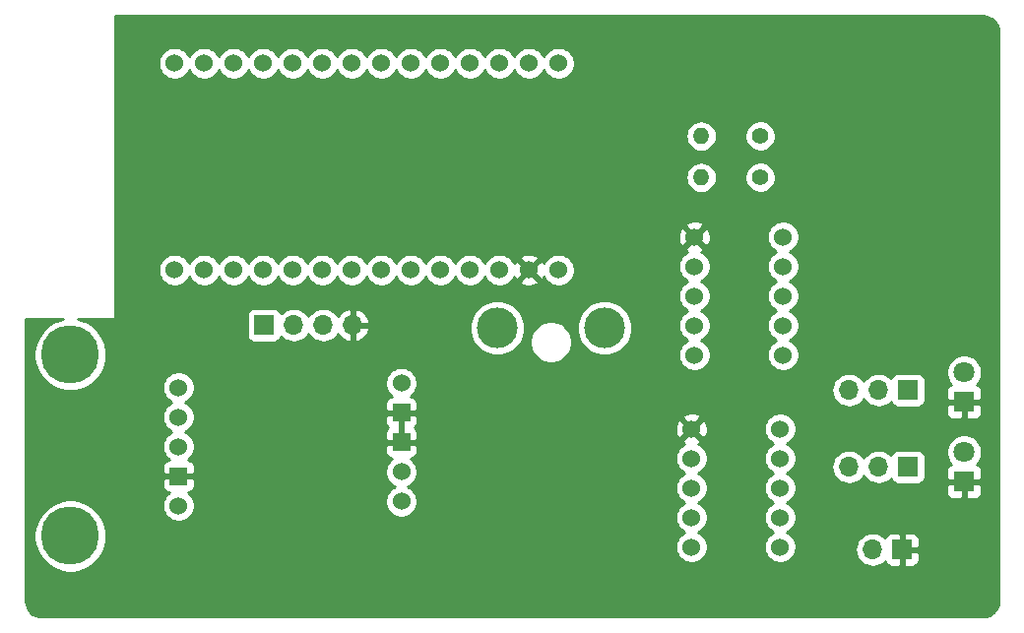
<source format=gbr>
G04 #@! TF.GenerationSoftware,KiCad,Pcbnew,(5.1.4)-1*
G04 #@! TF.CreationDate,2020-04-21T16:32:33+02:00*
G04 #@! TF.ProjectId,Placa_lopy4,506c6163-615f-46c6-9f70-79342e6b6963,rev?*
G04 #@! TF.SameCoordinates,Original*
G04 #@! TF.FileFunction,Copper,L2,Bot*
G04 #@! TF.FilePolarity,Positive*
%FSLAX46Y46*%
G04 Gerber Fmt 4.6, Leading zero omitted, Abs format (unit mm)*
G04 Created by KiCad (PCBNEW (5.1.4)-1) date 2020-04-21 16:32:33*
%MOMM*%
%LPD*%
G04 APERTURE LIST*
%ADD10O,1.700000X1.700000*%
%ADD11R,1.700000X1.700000*%
%ADD12C,1.524000*%
%ADD13C,5.000000*%
%ADD14R,1.524000X1.524000*%
%ADD15O,1.400000X1.400000*%
%ADD16C,1.400000*%
%ADD17C,3.500000*%
%ADD18C,1.800000*%
%ADD19R,1.800000X1.800000*%
%ADD20C,0.254000*%
G04 APERTURE END LIST*
D10*
X128778000Y-127254000D03*
X126238000Y-127254000D03*
X123698000Y-127254000D03*
D11*
X121158000Y-127254000D03*
D12*
X158164000Y-129832000D03*
X158164000Y-127292000D03*
X158164000Y-119672000D03*
X158164000Y-122212000D03*
X158164000Y-124752000D03*
X165784000Y-119672000D03*
X165784000Y-122212000D03*
X165784000Y-129832000D03*
X165784000Y-127292000D03*
X165784000Y-124752000D03*
X113470000Y-122522000D03*
X116010000Y-122522000D03*
X118550000Y-122522000D03*
X121090000Y-122522000D03*
X123630000Y-122522000D03*
X126170000Y-122522000D03*
X128710000Y-122522000D03*
X131250000Y-122522000D03*
X133790000Y-122522000D03*
X136330000Y-122522000D03*
X138870000Y-122522000D03*
X141410000Y-122522000D03*
X143950000Y-122522000D03*
X113470000Y-104742000D03*
X116010000Y-104742000D03*
X118550000Y-104742000D03*
X121090000Y-104742000D03*
X123630000Y-104742000D03*
X126170000Y-104742000D03*
X128710000Y-104742000D03*
X131250000Y-104742000D03*
X133790000Y-104742000D03*
X136330000Y-104742000D03*
X138870000Y-104742000D03*
X141410000Y-104742000D03*
X143950000Y-104742000D03*
X146490000Y-122522000D03*
X146490000Y-104742000D03*
D13*
X104508000Y-145400000D03*
X104508000Y-129800000D03*
D12*
X113808000Y-132620000D03*
X113808000Y-135160000D03*
X113808000Y-142780000D03*
D14*
X113808000Y-140240000D03*
D12*
X113808000Y-137700000D03*
X157910000Y-146342000D03*
X157910000Y-143802000D03*
X157910000Y-136182000D03*
X157910000Y-138722000D03*
X157910000Y-141262000D03*
X165530000Y-136182000D03*
X165530000Y-138722000D03*
X165530000Y-146342000D03*
X165530000Y-143802000D03*
X165530000Y-141262000D03*
X132962000Y-142408000D03*
X132962000Y-139868000D03*
D14*
X132962000Y-137328000D03*
X132962000Y-134788000D03*
D12*
X132962000Y-132248000D03*
D15*
X158750000Y-110998000D03*
D16*
X163830000Y-110998000D03*
D15*
X158750000Y-114554000D03*
D16*
X163830000Y-114554000D03*
D10*
X171450000Y-132842000D03*
X173990000Y-132842000D03*
D11*
X176530000Y-132842000D03*
D10*
X171450000Y-139446000D03*
X173990000Y-139446000D03*
D11*
X176530000Y-139446000D03*
D10*
X173482000Y-146558000D03*
D11*
X176022000Y-146558000D03*
D17*
X150424000Y-127508000D03*
X141224000Y-127508000D03*
D18*
X181356000Y-131318000D03*
D19*
X181356000Y-133858000D03*
D18*
X181356000Y-138176000D03*
D19*
X181356000Y-140716000D03*
D20*
G36*
X183254782Y-100713267D02*
G01*
X183499855Y-100787259D01*
X183725890Y-100907443D01*
X183924281Y-101069248D01*
X184087460Y-101266497D01*
X184209220Y-101491687D01*
X184284924Y-101736247D01*
X184315000Y-102022398D01*
X184315001Y-150966484D01*
X184286733Y-151254782D01*
X184212741Y-151499855D01*
X184092554Y-151725893D01*
X183930754Y-151924279D01*
X183733503Y-152087460D01*
X183508310Y-152209221D01*
X183263753Y-152284924D01*
X182977602Y-152315000D01*
X102033505Y-152315000D01*
X101745218Y-152286733D01*
X101500145Y-152212741D01*
X101274107Y-152092554D01*
X101075721Y-151930754D01*
X100912540Y-151733503D01*
X100790779Y-151508310D01*
X100715076Y-151263753D01*
X100685000Y-150977602D01*
X100685000Y-145091229D01*
X101373000Y-145091229D01*
X101373000Y-145708771D01*
X101493476Y-146314446D01*
X101729799Y-146884979D01*
X102072886Y-147398446D01*
X102509554Y-147835114D01*
X103023021Y-148178201D01*
X103593554Y-148414524D01*
X104199229Y-148535000D01*
X104816771Y-148535000D01*
X105422446Y-148414524D01*
X105992979Y-148178201D01*
X106506446Y-147835114D01*
X106943114Y-147398446D01*
X107286201Y-146884979D01*
X107522524Y-146314446D01*
X107643000Y-145708771D01*
X107643000Y-145091229D01*
X107522524Y-144485554D01*
X107286201Y-143915021D01*
X106943114Y-143401554D01*
X106506446Y-142964886D01*
X105992979Y-142621799D01*
X105422446Y-142385476D01*
X104816771Y-142265000D01*
X104199229Y-142265000D01*
X103593554Y-142385476D01*
X103023021Y-142621799D01*
X102509554Y-142964886D01*
X102072886Y-143401554D01*
X101729799Y-143915021D01*
X101493476Y-144485554D01*
X101373000Y-145091229D01*
X100685000Y-145091229D01*
X100685000Y-141002000D01*
X112407928Y-141002000D01*
X112420188Y-141126482D01*
X112456498Y-141246180D01*
X112515463Y-141356494D01*
X112594815Y-141453185D01*
X112691506Y-141532537D01*
X112801820Y-141591502D01*
X112921518Y-141627812D01*
X113005465Y-141636080D01*
X112917465Y-141694880D01*
X112722880Y-141889465D01*
X112569995Y-142118273D01*
X112464686Y-142372510D01*
X112411000Y-142642408D01*
X112411000Y-142917592D01*
X112464686Y-143187490D01*
X112569995Y-143441727D01*
X112722880Y-143670535D01*
X112917465Y-143865120D01*
X113146273Y-144018005D01*
X113400510Y-144123314D01*
X113670408Y-144177000D01*
X113945592Y-144177000D01*
X114215490Y-144123314D01*
X114469727Y-144018005D01*
X114698535Y-143865120D01*
X114893120Y-143670535D01*
X115046005Y-143441727D01*
X115151314Y-143187490D01*
X115205000Y-142917592D01*
X115205000Y-142642408D01*
X115151314Y-142372510D01*
X115046005Y-142118273D01*
X114893120Y-141889465D01*
X114698535Y-141694880D01*
X114610535Y-141636080D01*
X114694482Y-141627812D01*
X114814180Y-141591502D01*
X114924494Y-141532537D01*
X115021185Y-141453185D01*
X115100537Y-141356494D01*
X115159502Y-141246180D01*
X115195812Y-141126482D01*
X115208072Y-141002000D01*
X115205000Y-140525750D01*
X115046250Y-140367000D01*
X113935000Y-140367000D01*
X113935000Y-140387000D01*
X113681000Y-140387000D01*
X113681000Y-140367000D01*
X112569750Y-140367000D01*
X112411000Y-140525750D01*
X112407928Y-141002000D01*
X100685000Y-141002000D01*
X100685000Y-139478000D01*
X112407928Y-139478000D01*
X112411000Y-139954250D01*
X112569750Y-140113000D01*
X113681000Y-140113000D01*
X113681000Y-140093000D01*
X113935000Y-140093000D01*
X113935000Y-140113000D01*
X115046250Y-140113000D01*
X115205000Y-139954250D01*
X115208072Y-139478000D01*
X115195812Y-139353518D01*
X115159502Y-139233820D01*
X115100537Y-139123506D01*
X115021185Y-139026815D01*
X114924494Y-138947463D01*
X114814180Y-138888498D01*
X114694482Y-138852188D01*
X114610535Y-138843920D01*
X114698535Y-138785120D01*
X114893120Y-138590535D01*
X115046005Y-138361727D01*
X115151314Y-138107490D01*
X115154792Y-138090000D01*
X131561928Y-138090000D01*
X131574188Y-138214482D01*
X131610498Y-138334180D01*
X131669463Y-138444494D01*
X131748815Y-138541185D01*
X131845506Y-138620537D01*
X131955820Y-138679502D01*
X132075518Y-138715812D01*
X132159465Y-138724080D01*
X132071465Y-138782880D01*
X131876880Y-138977465D01*
X131723995Y-139206273D01*
X131618686Y-139460510D01*
X131565000Y-139730408D01*
X131565000Y-140005592D01*
X131618686Y-140275490D01*
X131723995Y-140529727D01*
X131876880Y-140758535D01*
X132071465Y-140953120D01*
X132300273Y-141106005D01*
X132377515Y-141138000D01*
X132300273Y-141169995D01*
X132071465Y-141322880D01*
X131876880Y-141517465D01*
X131723995Y-141746273D01*
X131618686Y-142000510D01*
X131565000Y-142270408D01*
X131565000Y-142545592D01*
X131618686Y-142815490D01*
X131723995Y-143069727D01*
X131876880Y-143298535D01*
X132071465Y-143493120D01*
X132300273Y-143646005D01*
X132554510Y-143751314D01*
X132824408Y-143805000D01*
X133099592Y-143805000D01*
X133369490Y-143751314D01*
X133623727Y-143646005D01*
X133852535Y-143493120D01*
X134047120Y-143298535D01*
X134200005Y-143069727D01*
X134305314Y-142815490D01*
X134359000Y-142545592D01*
X134359000Y-142270408D01*
X134305314Y-142000510D01*
X134200005Y-141746273D01*
X134047120Y-141517465D01*
X133852535Y-141322880D01*
X133623727Y-141169995D01*
X133546485Y-141138000D01*
X133623727Y-141106005D01*
X133852535Y-140953120D01*
X134047120Y-140758535D01*
X134200005Y-140529727D01*
X134305314Y-140275490D01*
X134359000Y-140005592D01*
X134359000Y-139730408D01*
X134305314Y-139460510D01*
X134200005Y-139206273D01*
X134047120Y-138977465D01*
X133852535Y-138782880D01*
X133764535Y-138724080D01*
X133848482Y-138715812D01*
X133968180Y-138679502D01*
X134078494Y-138620537D01*
X134122517Y-138584408D01*
X156513000Y-138584408D01*
X156513000Y-138859592D01*
X156566686Y-139129490D01*
X156671995Y-139383727D01*
X156824880Y-139612535D01*
X157019465Y-139807120D01*
X157248273Y-139960005D01*
X157325515Y-139992000D01*
X157248273Y-140023995D01*
X157019465Y-140176880D01*
X156824880Y-140371465D01*
X156671995Y-140600273D01*
X156566686Y-140854510D01*
X156513000Y-141124408D01*
X156513000Y-141399592D01*
X156566686Y-141669490D01*
X156671995Y-141923727D01*
X156824880Y-142152535D01*
X157019465Y-142347120D01*
X157248273Y-142500005D01*
X157325515Y-142532000D01*
X157248273Y-142563995D01*
X157019465Y-142716880D01*
X156824880Y-142911465D01*
X156671995Y-143140273D01*
X156566686Y-143394510D01*
X156513000Y-143664408D01*
X156513000Y-143939592D01*
X156566686Y-144209490D01*
X156671995Y-144463727D01*
X156824880Y-144692535D01*
X157019465Y-144887120D01*
X157248273Y-145040005D01*
X157325515Y-145072000D01*
X157248273Y-145103995D01*
X157019465Y-145256880D01*
X156824880Y-145451465D01*
X156671995Y-145680273D01*
X156566686Y-145934510D01*
X156513000Y-146204408D01*
X156513000Y-146479592D01*
X156566686Y-146749490D01*
X156671995Y-147003727D01*
X156824880Y-147232535D01*
X157019465Y-147427120D01*
X157248273Y-147580005D01*
X157502510Y-147685314D01*
X157772408Y-147739000D01*
X158047592Y-147739000D01*
X158317490Y-147685314D01*
X158571727Y-147580005D01*
X158800535Y-147427120D01*
X158995120Y-147232535D01*
X159148005Y-147003727D01*
X159253314Y-146749490D01*
X159307000Y-146479592D01*
X159307000Y-146204408D01*
X159253314Y-145934510D01*
X159148005Y-145680273D01*
X158995120Y-145451465D01*
X158800535Y-145256880D01*
X158571727Y-145103995D01*
X158494485Y-145072000D01*
X158571727Y-145040005D01*
X158800535Y-144887120D01*
X158995120Y-144692535D01*
X159148005Y-144463727D01*
X159253314Y-144209490D01*
X159307000Y-143939592D01*
X159307000Y-143664408D01*
X159253314Y-143394510D01*
X159148005Y-143140273D01*
X158995120Y-142911465D01*
X158800535Y-142716880D01*
X158571727Y-142563995D01*
X158494485Y-142532000D01*
X158571727Y-142500005D01*
X158800535Y-142347120D01*
X158995120Y-142152535D01*
X159148005Y-141923727D01*
X159253314Y-141669490D01*
X159307000Y-141399592D01*
X159307000Y-141124408D01*
X159253314Y-140854510D01*
X159148005Y-140600273D01*
X158995120Y-140371465D01*
X158800535Y-140176880D01*
X158571727Y-140023995D01*
X158494485Y-139992000D01*
X158571727Y-139960005D01*
X158800535Y-139807120D01*
X158995120Y-139612535D01*
X159148005Y-139383727D01*
X159253314Y-139129490D01*
X159307000Y-138859592D01*
X159307000Y-138584408D01*
X159253314Y-138314510D01*
X159148005Y-138060273D01*
X158995120Y-137831465D01*
X158800535Y-137636880D01*
X158571727Y-137483995D01*
X158500057Y-137454308D01*
X158513023Y-137449636D01*
X158628980Y-137387656D01*
X158695960Y-137147565D01*
X157910000Y-136361605D01*
X157124040Y-137147565D01*
X157191020Y-137387656D01*
X157326760Y-137451485D01*
X157248273Y-137483995D01*
X157019465Y-137636880D01*
X156824880Y-137831465D01*
X156671995Y-138060273D01*
X156566686Y-138314510D01*
X156513000Y-138584408D01*
X134122517Y-138584408D01*
X134175185Y-138541185D01*
X134254537Y-138444494D01*
X134313502Y-138334180D01*
X134349812Y-138214482D01*
X134362072Y-138090000D01*
X134359000Y-137613750D01*
X134200250Y-137455000D01*
X133089000Y-137455000D01*
X133089000Y-137475000D01*
X132835000Y-137475000D01*
X132835000Y-137455000D01*
X131723750Y-137455000D01*
X131565000Y-137613750D01*
X131561928Y-138090000D01*
X115154792Y-138090000D01*
X115205000Y-137837592D01*
X115205000Y-137562408D01*
X115151314Y-137292510D01*
X115046005Y-137038273D01*
X114893120Y-136809465D01*
X114698535Y-136614880D01*
X114469727Y-136461995D01*
X114392485Y-136430000D01*
X114469727Y-136398005D01*
X114698535Y-136245120D01*
X114893120Y-136050535D01*
X115046005Y-135821727D01*
X115151314Y-135567490D01*
X115154792Y-135550000D01*
X131561928Y-135550000D01*
X131574188Y-135674482D01*
X131610498Y-135794180D01*
X131669463Y-135904494D01*
X131748815Y-136001185D01*
X131818044Y-136058000D01*
X131748815Y-136114815D01*
X131669463Y-136211506D01*
X131610498Y-136321820D01*
X131574188Y-136441518D01*
X131561928Y-136566000D01*
X131565000Y-137042250D01*
X131723750Y-137201000D01*
X132835000Y-137201000D01*
X132835000Y-136089750D01*
X132803250Y-136058000D01*
X132835000Y-136026250D01*
X132835000Y-134915000D01*
X133089000Y-134915000D01*
X133089000Y-136026250D01*
X133120750Y-136058000D01*
X133089000Y-136089750D01*
X133089000Y-137201000D01*
X134200250Y-137201000D01*
X134359000Y-137042250D01*
X134362072Y-136566000D01*
X134349812Y-136441518D01*
X134313502Y-136321820D01*
X134277260Y-136254017D01*
X156508090Y-136254017D01*
X156549078Y-136526133D01*
X156642364Y-136785023D01*
X156704344Y-136900980D01*
X156944435Y-136967960D01*
X157730395Y-136182000D01*
X158089605Y-136182000D01*
X158875565Y-136967960D01*
X159115656Y-136900980D01*
X159232756Y-136651952D01*
X159299023Y-136384865D01*
X159311910Y-136109983D01*
X159302033Y-136044408D01*
X164133000Y-136044408D01*
X164133000Y-136319592D01*
X164186686Y-136589490D01*
X164291995Y-136843727D01*
X164444880Y-137072535D01*
X164639465Y-137267120D01*
X164868273Y-137420005D01*
X164945515Y-137452000D01*
X164868273Y-137483995D01*
X164639465Y-137636880D01*
X164444880Y-137831465D01*
X164291995Y-138060273D01*
X164186686Y-138314510D01*
X164133000Y-138584408D01*
X164133000Y-138859592D01*
X164186686Y-139129490D01*
X164291995Y-139383727D01*
X164444880Y-139612535D01*
X164639465Y-139807120D01*
X164868273Y-139960005D01*
X164945515Y-139992000D01*
X164868273Y-140023995D01*
X164639465Y-140176880D01*
X164444880Y-140371465D01*
X164291995Y-140600273D01*
X164186686Y-140854510D01*
X164133000Y-141124408D01*
X164133000Y-141399592D01*
X164186686Y-141669490D01*
X164291995Y-141923727D01*
X164444880Y-142152535D01*
X164639465Y-142347120D01*
X164868273Y-142500005D01*
X164945515Y-142532000D01*
X164868273Y-142563995D01*
X164639465Y-142716880D01*
X164444880Y-142911465D01*
X164291995Y-143140273D01*
X164186686Y-143394510D01*
X164133000Y-143664408D01*
X164133000Y-143939592D01*
X164186686Y-144209490D01*
X164291995Y-144463727D01*
X164444880Y-144692535D01*
X164639465Y-144887120D01*
X164868273Y-145040005D01*
X164945515Y-145072000D01*
X164868273Y-145103995D01*
X164639465Y-145256880D01*
X164444880Y-145451465D01*
X164291995Y-145680273D01*
X164186686Y-145934510D01*
X164133000Y-146204408D01*
X164133000Y-146479592D01*
X164186686Y-146749490D01*
X164291995Y-147003727D01*
X164444880Y-147232535D01*
X164639465Y-147427120D01*
X164868273Y-147580005D01*
X165122510Y-147685314D01*
X165392408Y-147739000D01*
X165667592Y-147739000D01*
X165937490Y-147685314D01*
X166191727Y-147580005D01*
X166420535Y-147427120D01*
X166615120Y-147232535D01*
X166768005Y-147003727D01*
X166873314Y-146749490D01*
X166911403Y-146558000D01*
X171989815Y-146558000D01*
X172018487Y-146849111D01*
X172103401Y-147129034D01*
X172241294Y-147387014D01*
X172426866Y-147613134D01*
X172652986Y-147798706D01*
X172910966Y-147936599D01*
X173190889Y-148021513D01*
X173409050Y-148043000D01*
X173554950Y-148043000D01*
X173773111Y-148021513D01*
X174053034Y-147936599D01*
X174311014Y-147798706D01*
X174537134Y-147613134D01*
X174561607Y-147583313D01*
X174582498Y-147652180D01*
X174641463Y-147762494D01*
X174720815Y-147859185D01*
X174817506Y-147938537D01*
X174927820Y-147997502D01*
X175047518Y-148033812D01*
X175172000Y-148046072D01*
X175736250Y-148043000D01*
X175895000Y-147884250D01*
X175895000Y-146685000D01*
X176149000Y-146685000D01*
X176149000Y-147884250D01*
X176307750Y-148043000D01*
X176872000Y-148046072D01*
X176996482Y-148033812D01*
X177116180Y-147997502D01*
X177226494Y-147938537D01*
X177323185Y-147859185D01*
X177402537Y-147762494D01*
X177461502Y-147652180D01*
X177497812Y-147532482D01*
X177510072Y-147408000D01*
X177507000Y-146843750D01*
X177348250Y-146685000D01*
X176149000Y-146685000D01*
X175895000Y-146685000D01*
X175875000Y-146685000D01*
X175875000Y-146431000D01*
X175895000Y-146431000D01*
X175895000Y-145231750D01*
X176149000Y-145231750D01*
X176149000Y-146431000D01*
X177348250Y-146431000D01*
X177507000Y-146272250D01*
X177510072Y-145708000D01*
X177497812Y-145583518D01*
X177461502Y-145463820D01*
X177402537Y-145353506D01*
X177323185Y-145256815D01*
X177226494Y-145177463D01*
X177116180Y-145118498D01*
X176996482Y-145082188D01*
X176872000Y-145069928D01*
X176307750Y-145073000D01*
X176149000Y-145231750D01*
X175895000Y-145231750D01*
X175736250Y-145073000D01*
X175172000Y-145069928D01*
X175047518Y-145082188D01*
X174927820Y-145118498D01*
X174817506Y-145177463D01*
X174720815Y-145256815D01*
X174641463Y-145353506D01*
X174582498Y-145463820D01*
X174561607Y-145532687D01*
X174537134Y-145502866D01*
X174311014Y-145317294D01*
X174053034Y-145179401D01*
X173773111Y-145094487D01*
X173554950Y-145073000D01*
X173409050Y-145073000D01*
X173190889Y-145094487D01*
X172910966Y-145179401D01*
X172652986Y-145317294D01*
X172426866Y-145502866D01*
X172241294Y-145728986D01*
X172103401Y-145986966D01*
X172018487Y-146266889D01*
X171989815Y-146558000D01*
X166911403Y-146558000D01*
X166927000Y-146479592D01*
X166927000Y-146204408D01*
X166873314Y-145934510D01*
X166768005Y-145680273D01*
X166615120Y-145451465D01*
X166420535Y-145256880D01*
X166191727Y-145103995D01*
X166114485Y-145072000D01*
X166191727Y-145040005D01*
X166420535Y-144887120D01*
X166615120Y-144692535D01*
X166768005Y-144463727D01*
X166873314Y-144209490D01*
X166927000Y-143939592D01*
X166927000Y-143664408D01*
X166873314Y-143394510D01*
X166768005Y-143140273D01*
X166615120Y-142911465D01*
X166420535Y-142716880D01*
X166191727Y-142563995D01*
X166114485Y-142532000D01*
X166191727Y-142500005D01*
X166420535Y-142347120D01*
X166615120Y-142152535D01*
X166768005Y-141923727D01*
X166873314Y-141669490D01*
X166883953Y-141616000D01*
X179817928Y-141616000D01*
X179830188Y-141740482D01*
X179866498Y-141860180D01*
X179925463Y-141970494D01*
X180004815Y-142067185D01*
X180101506Y-142146537D01*
X180211820Y-142205502D01*
X180331518Y-142241812D01*
X180456000Y-142254072D01*
X181070250Y-142251000D01*
X181229000Y-142092250D01*
X181229000Y-140843000D01*
X181483000Y-140843000D01*
X181483000Y-142092250D01*
X181641750Y-142251000D01*
X182256000Y-142254072D01*
X182380482Y-142241812D01*
X182500180Y-142205502D01*
X182610494Y-142146537D01*
X182707185Y-142067185D01*
X182786537Y-141970494D01*
X182845502Y-141860180D01*
X182881812Y-141740482D01*
X182894072Y-141616000D01*
X182891000Y-141001750D01*
X182732250Y-140843000D01*
X181483000Y-140843000D01*
X181229000Y-140843000D01*
X179979750Y-140843000D01*
X179821000Y-141001750D01*
X179817928Y-141616000D01*
X166883953Y-141616000D01*
X166927000Y-141399592D01*
X166927000Y-141124408D01*
X166873314Y-140854510D01*
X166768005Y-140600273D01*
X166615120Y-140371465D01*
X166420535Y-140176880D01*
X166191727Y-140023995D01*
X166114485Y-139992000D01*
X166191727Y-139960005D01*
X166420535Y-139807120D01*
X166615120Y-139612535D01*
X166726395Y-139446000D01*
X169957815Y-139446000D01*
X169986487Y-139737111D01*
X170071401Y-140017034D01*
X170209294Y-140275014D01*
X170394866Y-140501134D01*
X170620986Y-140686706D01*
X170878966Y-140824599D01*
X171158889Y-140909513D01*
X171377050Y-140931000D01*
X171522950Y-140931000D01*
X171741111Y-140909513D01*
X172021034Y-140824599D01*
X172279014Y-140686706D01*
X172505134Y-140501134D01*
X172690706Y-140275014D01*
X172720000Y-140220209D01*
X172749294Y-140275014D01*
X172934866Y-140501134D01*
X173160986Y-140686706D01*
X173418966Y-140824599D01*
X173698889Y-140909513D01*
X173917050Y-140931000D01*
X174062950Y-140931000D01*
X174281111Y-140909513D01*
X174561034Y-140824599D01*
X174819014Y-140686706D01*
X175045134Y-140501134D01*
X175069607Y-140471313D01*
X175090498Y-140540180D01*
X175149463Y-140650494D01*
X175228815Y-140747185D01*
X175325506Y-140826537D01*
X175435820Y-140885502D01*
X175555518Y-140921812D01*
X175680000Y-140934072D01*
X177380000Y-140934072D01*
X177504482Y-140921812D01*
X177624180Y-140885502D01*
X177734494Y-140826537D01*
X177831185Y-140747185D01*
X177910537Y-140650494D01*
X177969502Y-140540180D01*
X178005812Y-140420482D01*
X178018072Y-140296000D01*
X178018072Y-139816000D01*
X179817928Y-139816000D01*
X179821000Y-140430250D01*
X179979750Y-140589000D01*
X181229000Y-140589000D01*
X181229000Y-140569000D01*
X181483000Y-140569000D01*
X181483000Y-140589000D01*
X182732250Y-140589000D01*
X182891000Y-140430250D01*
X182894072Y-139816000D01*
X182881812Y-139691518D01*
X182845502Y-139571820D01*
X182786537Y-139461506D01*
X182707185Y-139364815D01*
X182610494Y-139285463D01*
X182500180Y-139226498D01*
X182481873Y-139220944D01*
X182548312Y-139154505D01*
X182716299Y-138903095D01*
X182832011Y-138623743D01*
X182891000Y-138327184D01*
X182891000Y-138024816D01*
X182832011Y-137728257D01*
X182716299Y-137448905D01*
X182548312Y-137197495D01*
X182334505Y-136983688D01*
X182083095Y-136815701D01*
X181803743Y-136699989D01*
X181507184Y-136641000D01*
X181204816Y-136641000D01*
X180908257Y-136699989D01*
X180628905Y-136815701D01*
X180377495Y-136983688D01*
X180163688Y-137197495D01*
X179995701Y-137448905D01*
X179879989Y-137728257D01*
X179821000Y-138024816D01*
X179821000Y-138327184D01*
X179879989Y-138623743D01*
X179995701Y-138903095D01*
X180163688Y-139154505D01*
X180230127Y-139220944D01*
X180211820Y-139226498D01*
X180101506Y-139285463D01*
X180004815Y-139364815D01*
X179925463Y-139461506D01*
X179866498Y-139571820D01*
X179830188Y-139691518D01*
X179817928Y-139816000D01*
X178018072Y-139816000D01*
X178018072Y-138596000D01*
X178005812Y-138471518D01*
X177969502Y-138351820D01*
X177910537Y-138241506D01*
X177831185Y-138144815D01*
X177734494Y-138065463D01*
X177624180Y-138006498D01*
X177504482Y-137970188D01*
X177380000Y-137957928D01*
X175680000Y-137957928D01*
X175555518Y-137970188D01*
X175435820Y-138006498D01*
X175325506Y-138065463D01*
X175228815Y-138144815D01*
X175149463Y-138241506D01*
X175090498Y-138351820D01*
X175069607Y-138420687D01*
X175045134Y-138390866D01*
X174819014Y-138205294D01*
X174561034Y-138067401D01*
X174281111Y-137982487D01*
X174062950Y-137961000D01*
X173917050Y-137961000D01*
X173698889Y-137982487D01*
X173418966Y-138067401D01*
X173160986Y-138205294D01*
X172934866Y-138390866D01*
X172749294Y-138616986D01*
X172720000Y-138671791D01*
X172690706Y-138616986D01*
X172505134Y-138390866D01*
X172279014Y-138205294D01*
X172021034Y-138067401D01*
X171741111Y-137982487D01*
X171522950Y-137961000D01*
X171377050Y-137961000D01*
X171158889Y-137982487D01*
X170878966Y-138067401D01*
X170620986Y-138205294D01*
X170394866Y-138390866D01*
X170209294Y-138616986D01*
X170071401Y-138874966D01*
X169986487Y-139154889D01*
X169957815Y-139446000D01*
X166726395Y-139446000D01*
X166768005Y-139383727D01*
X166873314Y-139129490D01*
X166927000Y-138859592D01*
X166927000Y-138584408D01*
X166873314Y-138314510D01*
X166768005Y-138060273D01*
X166615120Y-137831465D01*
X166420535Y-137636880D01*
X166191727Y-137483995D01*
X166114485Y-137452000D01*
X166191727Y-137420005D01*
X166420535Y-137267120D01*
X166615120Y-137072535D01*
X166768005Y-136843727D01*
X166873314Y-136589490D01*
X166927000Y-136319592D01*
X166927000Y-136044408D01*
X166873314Y-135774510D01*
X166768005Y-135520273D01*
X166615120Y-135291465D01*
X166420535Y-135096880D01*
X166191727Y-134943995D01*
X165937490Y-134838686D01*
X165667592Y-134785000D01*
X165392408Y-134785000D01*
X165122510Y-134838686D01*
X164868273Y-134943995D01*
X164639465Y-135096880D01*
X164444880Y-135291465D01*
X164291995Y-135520273D01*
X164186686Y-135774510D01*
X164133000Y-136044408D01*
X159302033Y-136044408D01*
X159270922Y-135837867D01*
X159177636Y-135578977D01*
X159115656Y-135463020D01*
X158875565Y-135396040D01*
X158089605Y-136182000D01*
X157730395Y-136182000D01*
X156944435Y-135396040D01*
X156704344Y-135463020D01*
X156587244Y-135712048D01*
X156520977Y-135979135D01*
X156508090Y-136254017D01*
X134277260Y-136254017D01*
X134254537Y-136211506D01*
X134175185Y-136114815D01*
X134105956Y-136058000D01*
X134175185Y-136001185D01*
X134254537Y-135904494D01*
X134313502Y-135794180D01*
X134349812Y-135674482D01*
X134362072Y-135550000D01*
X134359921Y-135216435D01*
X157124040Y-135216435D01*
X157910000Y-136002395D01*
X158695960Y-135216435D01*
X158628980Y-134976344D01*
X158379952Y-134859244D01*
X158112865Y-134792977D01*
X157837983Y-134780090D01*
X157565867Y-134821078D01*
X157306977Y-134914364D01*
X157191020Y-134976344D01*
X157124040Y-135216435D01*
X134359921Y-135216435D01*
X134359000Y-135073750D01*
X134200250Y-134915000D01*
X133089000Y-134915000D01*
X132835000Y-134915000D01*
X131723750Y-134915000D01*
X131565000Y-135073750D01*
X131561928Y-135550000D01*
X115154792Y-135550000D01*
X115205000Y-135297592D01*
X115205000Y-135022408D01*
X115152407Y-134758000D01*
X179817928Y-134758000D01*
X179830188Y-134882482D01*
X179866498Y-135002180D01*
X179925463Y-135112494D01*
X180004815Y-135209185D01*
X180101506Y-135288537D01*
X180211820Y-135347502D01*
X180331518Y-135383812D01*
X180456000Y-135396072D01*
X181070250Y-135393000D01*
X181229000Y-135234250D01*
X181229000Y-133985000D01*
X181483000Y-133985000D01*
X181483000Y-135234250D01*
X181641750Y-135393000D01*
X182256000Y-135396072D01*
X182380482Y-135383812D01*
X182500180Y-135347502D01*
X182610494Y-135288537D01*
X182707185Y-135209185D01*
X182786537Y-135112494D01*
X182845502Y-135002180D01*
X182881812Y-134882482D01*
X182894072Y-134758000D01*
X182891000Y-134143750D01*
X182732250Y-133985000D01*
X181483000Y-133985000D01*
X181229000Y-133985000D01*
X179979750Y-133985000D01*
X179821000Y-134143750D01*
X179817928Y-134758000D01*
X115152407Y-134758000D01*
X115151314Y-134752510D01*
X115046005Y-134498273D01*
X114893120Y-134269465D01*
X114698535Y-134074880D01*
X114625382Y-134026000D01*
X131561928Y-134026000D01*
X131565000Y-134502250D01*
X131723750Y-134661000D01*
X132835000Y-134661000D01*
X132835000Y-134641000D01*
X133089000Y-134641000D01*
X133089000Y-134661000D01*
X134200250Y-134661000D01*
X134359000Y-134502250D01*
X134362072Y-134026000D01*
X134349812Y-133901518D01*
X134313502Y-133781820D01*
X134254537Y-133671506D01*
X134175185Y-133574815D01*
X134078494Y-133495463D01*
X133968180Y-133436498D01*
X133848482Y-133400188D01*
X133764535Y-133391920D01*
X133852535Y-133333120D01*
X134047120Y-133138535D01*
X134200005Y-132909727D01*
X134228058Y-132842000D01*
X169957815Y-132842000D01*
X169986487Y-133133111D01*
X170071401Y-133413034D01*
X170209294Y-133671014D01*
X170394866Y-133897134D01*
X170620986Y-134082706D01*
X170878966Y-134220599D01*
X171158889Y-134305513D01*
X171377050Y-134327000D01*
X171522950Y-134327000D01*
X171741111Y-134305513D01*
X172021034Y-134220599D01*
X172279014Y-134082706D01*
X172505134Y-133897134D01*
X172690706Y-133671014D01*
X172720000Y-133616209D01*
X172749294Y-133671014D01*
X172934866Y-133897134D01*
X173160986Y-134082706D01*
X173418966Y-134220599D01*
X173698889Y-134305513D01*
X173917050Y-134327000D01*
X174062950Y-134327000D01*
X174281111Y-134305513D01*
X174561034Y-134220599D01*
X174819014Y-134082706D01*
X175045134Y-133897134D01*
X175069607Y-133867313D01*
X175090498Y-133936180D01*
X175149463Y-134046494D01*
X175228815Y-134143185D01*
X175325506Y-134222537D01*
X175435820Y-134281502D01*
X175555518Y-134317812D01*
X175680000Y-134330072D01*
X177380000Y-134330072D01*
X177504482Y-134317812D01*
X177624180Y-134281502D01*
X177734494Y-134222537D01*
X177831185Y-134143185D01*
X177910537Y-134046494D01*
X177969502Y-133936180D01*
X178005812Y-133816482D01*
X178018072Y-133692000D01*
X178018072Y-132958000D01*
X179817928Y-132958000D01*
X179821000Y-133572250D01*
X179979750Y-133731000D01*
X181229000Y-133731000D01*
X181229000Y-133711000D01*
X181483000Y-133711000D01*
X181483000Y-133731000D01*
X182732250Y-133731000D01*
X182891000Y-133572250D01*
X182894072Y-132958000D01*
X182881812Y-132833518D01*
X182845502Y-132713820D01*
X182786537Y-132603506D01*
X182707185Y-132506815D01*
X182610494Y-132427463D01*
X182500180Y-132368498D01*
X182481873Y-132362944D01*
X182548312Y-132296505D01*
X182716299Y-132045095D01*
X182832011Y-131765743D01*
X182891000Y-131469184D01*
X182891000Y-131166816D01*
X182832011Y-130870257D01*
X182716299Y-130590905D01*
X182548312Y-130339495D01*
X182334505Y-130125688D01*
X182083095Y-129957701D01*
X181803743Y-129841989D01*
X181507184Y-129783000D01*
X181204816Y-129783000D01*
X180908257Y-129841989D01*
X180628905Y-129957701D01*
X180377495Y-130125688D01*
X180163688Y-130339495D01*
X179995701Y-130590905D01*
X179879989Y-130870257D01*
X179821000Y-131166816D01*
X179821000Y-131469184D01*
X179879989Y-131765743D01*
X179995701Y-132045095D01*
X180163688Y-132296505D01*
X180230127Y-132362944D01*
X180211820Y-132368498D01*
X180101506Y-132427463D01*
X180004815Y-132506815D01*
X179925463Y-132603506D01*
X179866498Y-132713820D01*
X179830188Y-132833518D01*
X179817928Y-132958000D01*
X178018072Y-132958000D01*
X178018072Y-131992000D01*
X178005812Y-131867518D01*
X177969502Y-131747820D01*
X177910537Y-131637506D01*
X177831185Y-131540815D01*
X177734494Y-131461463D01*
X177624180Y-131402498D01*
X177504482Y-131366188D01*
X177380000Y-131353928D01*
X175680000Y-131353928D01*
X175555518Y-131366188D01*
X175435820Y-131402498D01*
X175325506Y-131461463D01*
X175228815Y-131540815D01*
X175149463Y-131637506D01*
X175090498Y-131747820D01*
X175069607Y-131816687D01*
X175045134Y-131786866D01*
X174819014Y-131601294D01*
X174561034Y-131463401D01*
X174281111Y-131378487D01*
X174062950Y-131357000D01*
X173917050Y-131357000D01*
X173698889Y-131378487D01*
X173418966Y-131463401D01*
X173160986Y-131601294D01*
X172934866Y-131786866D01*
X172749294Y-132012986D01*
X172720000Y-132067791D01*
X172690706Y-132012986D01*
X172505134Y-131786866D01*
X172279014Y-131601294D01*
X172021034Y-131463401D01*
X171741111Y-131378487D01*
X171522950Y-131357000D01*
X171377050Y-131357000D01*
X171158889Y-131378487D01*
X170878966Y-131463401D01*
X170620986Y-131601294D01*
X170394866Y-131786866D01*
X170209294Y-132012986D01*
X170071401Y-132270966D01*
X169986487Y-132550889D01*
X169957815Y-132842000D01*
X134228058Y-132842000D01*
X134305314Y-132655490D01*
X134359000Y-132385592D01*
X134359000Y-132110408D01*
X134305314Y-131840510D01*
X134200005Y-131586273D01*
X134047120Y-131357465D01*
X133852535Y-131162880D01*
X133623727Y-131009995D01*
X133369490Y-130904686D01*
X133099592Y-130851000D01*
X132824408Y-130851000D01*
X132554510Y-130904686D01*
X132300273Y-131009995D01*
X132071465Y-131162880D01*
X131876880Y-131357465D01*
X131723995Y-131586273D01*
X131618686Y-131840510D01*
X131565000Y-132110408D01*
X131565000Y-132385592D01*
X131618686Y-132655490D01*
X131723995Y-132909727D01*
X131876880Y-133138535D01*
X132071465Y-133333120D01*
X132159465Y-133391920D01*
X132075518Y-133400188D01*
X131955820Y-133436498D01*
X131845506Y-133495463D01*
X131748815Y-133574815D01*
X131669463Y-133671506D01*
X131610498Y-133781820D01*
X131574188Y-133901518D01*
X131561928Y-134026000D01*
X114625382Y-134026000D01*
X114469727Y-133921995D01*
X114392485Y-133890000D01*
X114469727Y-133858005D01*
X114698535Y-133705120D01*
X114893120Y-133510535D01*
X115046005Y-133281727D01*
X115151314Y-133027490D01*
X115205000Y-132757592D01*
X115205000Y-132482408D01*
X115151314Y-132212510D01*
X115046005Y-131958273D01*
X114893120Y-131729465D01*
X114698535Y-131534880D01*
X114469727Y-131381995D01*
X114215490Y-131276686D01*
X113945592Y-131223000D01*
X113670408Y-131223000D01*
X113400510Y-131276686D01*
X113146273Y-131381995D01*
X112917465Y-131534880D01*
X112722880Y-131729465D01*
X112569995Y-131958273D01*
X112464686Y-132212510D01*
X112411000Y-132482408D01*
X112411000Y-132757592D01*
X112464686Y-133027490D01*
X112569995Y-133281727D01*
X112722880Y-133510535D01*
X112917465Y-133705120D01*
X113146273Y-133858005D01*
X113223515Y-133890000D01*
X113146273Y-133921995D01*
X112917465Y-134074880D01*
X112722880Y-134269465D01*
X112569995Y-134498273D01*
X112464686Y-134752510D01*
X112411000Y-135022408D01*
X112411000Y-135297592D01*
X112464686Y-135567490D01*
X112569995Y-135821727D01*
X112722880Y-136050535D01*
X112917465Y-136245120D01*
X113146273Y-136398005D01*
X113223515Y-136430000D01*
X113146273Y-136461995D01*
X112917465Y-136614880D01*
X112722880Y-136809465D01*
X112569995Y-137038273D01*
X112464686Y-137292510D01*
X112411000Y-137562408D01*
X112411000Y-137837592D01*
X112464686Y-138107490D01*
X112569995Y-138361727D01*
X112722880Y-138590535D01*
X112917465Y-138785120D01*
X113005465Y-138843920D01*
X112921518Y-138852188D01*
X112801820Y-138888498D01*
X112691506Y-138947463D01*
X112594815Y-139026815D01*
X112515463Y-139123506D01*
X112456498Y-139233820D01*
X112420188Y-139353518D01*
X112407928Y-139478000D01*
X100685000Y-139478000D01*
X100685000Y-126727000D01*
X103887533Y-126727000D01*
X103593554Y-126785476D01*
X103023021Y-127021799D01*
X102509554Y-127364886D01*
X102072886Y-127801554D01*
X101729799Y-128315021D01*
X101493476Y-128885554D01*
X101373000Y-129491229D01*
X101373000Y-130108771D01*
X101493476Y-130714446D01*
X101729799Y-131284979D01*
X102072886Y-131798446D01*
X102509554Y-132235114D01*
X103023021Y-132578201D01*
X103593554Y-132814524D01*
X104199229Y-132935000D01*
X104816771Y-132935000D01*
X105422446Y-132814524D01*
X105992979Y-132578201D01*
X106506446Y-132235114D01*
X106943114Y-131798446D01*
X107286201Y-131284979D01*
X107522524Y-130714446D01*
X107643000Y-130108771D01*
X107643000Y-129491229D01*
X107522524Y-128885554D01*
X107286201Y-128315021D01*
X106943114Y-127801554D01*
X106506446Y-127364886D01*
X105992979Y-127021799D01*
X105422446Y-126785476D01*
X105128467Y-126727000D01*
X108200000Y-126727000D01*
X108224776Y-126724560D01*
X108248601Y-126717333D01*
X108270557Y-126705597D01*
X108289803Y-126689803D01*
X108305597Y-126670557D01*
X108317333Y-126648601D01*
X108324560Y-126624776D01*
X108327000Y-126600037D01*
X108327056Y-126404000D01*
X119669928Y-126404000D01*
X119669928Y-128104000D01*
X119682188Y-128228482D01*
X119718498Y-128348180D01*
X119777463Y-128458494D01*
X119856815Y-128555185D01*
X119953506Y-128634537D01*
X120063820Y-128693502D01*
X120183518Y-128729812D01*
X120308000Y-128742072D01*
X122008000Y-128742072D01*
X122132482Y-128729812D01*
X122252180Y-128693502D01*
X122362494Y-128634537D01*
X122459185Y-128555185D01*
X122538537Y-128458494D01*
X122597502Y-128348180D01*
X122618393Y-128279313D01*
X122642866Y-128309134D01*
X122868986Y-128494706D01*
X123126966Y-128632599D01*
X123406889Y-128717513D01*
X123625050Y-128739000D01*
X123770950Y-128739000D01*
X123989111Y-128717513D01*
X124269034Y-128632599D01*
X124527014Y-128494706D01*
X124753134Y-128309134D01*
X124938706Y-128083014D01*
X124968000Y-128028209D01*
X124997294Y-128083014D01*
X125182866Y-128309134D01*
X125408986Y-128494706D01*
X125666966Y-128632599D01*
X125946889Y-128717513D01*
X126165050Y-128739000D01*
X126310950Y-128739000D01*
X126529111Y-128717513D01*
X126809034Y-128632599D01*
X127067014Y-128494706D01*
X127293134Y-128309134D01*
X127478706Y-128083014D01*
X127513201Y-128018477D01*
X127582822Y-128135355D01*
X127777731Y-128351588D01*
X128011080Y-128525641D01*
X128273901Y-128650825D01*
X128421110Y-128695476D01*
X128651000Y-128574155D01*
X128651000Y-127381000D01*
X128905000Y-127381000D01*
X128905000Y-128574155D01*
X129134890Y-128695476D01*
X129282099Y-128650825D01*
X129544920Y-128525641D01*
X129778269Y-128351588D01*
X129973178Y-128135355D01*
X130122157Y-127885252D01*
X130219481Y-127610891D01*
X130098814Y-127381000D01*
X128905000Y-127381000D01*
X128651000Y-127381000D01*
X128631000Y-127381000D01*
X128631000Y-127273098D01*
X138839000Y-127273098D01*
X138839000Y-127742902D01*
X138930654Y-128203679D01*
X139110440Y-128637721D01*
X139371450Y-129028349D01*
X139703651Y-129360550D01*
X140094279Y-129621560D01*
X140528321Y-129801346D01*
X140989098Y-129893000D01*
X141458902Y-129893000D01*
X141919679Y-129801346D01*
X142353721Y-129621560D01*
X142744349Y-129360550D01*
X143076550Y-129028349D01*
X143337560Y-128637721D01*
X143383311Y-128527268D01*
X143989000Y-128527268D01*
X143989000Y-128888732D01*
X144059518Y-129243250D01*
X144197844Y-129577199D01*
X144398662Y-129877744D01*
X144654256Y-130133338D01*
X144954801Y-130334156D01*
X145288750Y-130472482D01*
X145643268Y-130543000D01*
X146004732Y-130543000D01*
X146359250Y-130472482D01*
X146693199Y-130334156D01*
X146993744Y-130133338D01*
X147249338Y-129877744D01*
X147450156Y-129577199D01*
X147588482Y-129243250D01*
X147659000Y-128888732D01*
X147659000Y-128527268D01*
X147588482Y-128172750D01*
X147450156Y-127838801D01*
X147249338Y-127538256D01*
X146993744Y-127282662D01*
X146979431Y-127273098D01*
X148039000Y-127273098D01*
X148039000Y-127742902D01*
X148130654Y-128203679D01*
X148310440Y-128637721D01*
X148571450Y-129028349D01*
X148903651Y-129360550D01*
X149294279Y-129621560D01*
X149728321Y-129801346D01*
X150189098Y-129893000D01*
X150658902Y-129893000D01*
X151119679Y-129801346D01*
X151553721Y-129621560D01*
X151944349Y-129360550D01*
X152276550Y-129028349D01*
X152537560Y-128637721D01*
X152717346Y-128203679D01*
X152809000Y-127742902D01*
X152809000Y-127273098D01*
X152717346Y-126812321D01*
X152537560Y-126378279D01*
X152276550Y-125987651D01*
X151944349Y-125655450D01*
X151553721Y-125394440D01*
X151119679Y-125214654D01*
X150658902Y-125123000D01*
X150189098Y-125123000D01*
X149728321Y-125214654D01*
X149294279Y-125394440D01*
X148903651Y-125655450D01*
X148571450Y-125987651D01*
X148310440Y-126378279D01*
X148130654Y-126812321D01*
X148039000Y-127273098D01*
X146979431Y-127273098D01*
X146693199Y-127081844D01*
X146359250Y-126943518D01*
X146004732Y-126873000D01*
X145643268Y-126873000D01*
X145288750Y-126943518D01*
X144954801Y-127081844D01*
X144654256Y-127282662D01*
X144398662Y-127538256D01*
X144197844Y-127838801D01*
X144059518Y-128172750D01*
X143989000Y-128527268D01*
X143383311Y-128527268D01*
X143517346Y-128203679D01*
X143609000Y-127742902D01*
X143609000Y-127273098D01*
X143517346Y-126812321D01*
X143337560Y-126378279D01*
X143076550Y-125987651D01*
X142744349Y-125655450D01*
X142353721Y-125394440D01*
X141919679Y-125214654D01*
X141458902Y-125123000D01*
X140989098Y-125123000D01*
X140528321Y-125214654D01*
X140094279Y-125394440D01*
X139703651Y-125655450D01*
X139371450Y-125987651D01*
X139110440Y-126378279D01*
X138930654Y-126812321D01*
X138839000Y-127273098D01*
X128631000Y-127273098D01*
X128631000Y-127127000D01*
X128651000Y-127127000D01*
X128651000Y-125933845D01*
X128905000Y-125933845D01*
X128905000Y-127127000D01*
X130098814Y-127127000D01*
X130219481Y-126897109D01*
X130122157Y-126622748D01*
X129973178Y-126372645D01*
X129778269Y-126156412D01*
X129544920Y-125982359D01*
X129282099Y-125857175D01*
X129134890Y-125812524D01*
X128905000Y-125933845D01*
X128651000Y-125933845D01*
X128421110Y-125812524D01*
X128273901Y-125857175D01*
X128011080Y-125982359D01*
X127777731Y-126156412D01*
X127582822Y-126372645D01*
X127513201Y-126489523D01*
X127478706Y-126424986D01*
X127293134Y-126198866D01*
X127067014Y-126013294D01*
X126809034Y-125875401D01*
X126529111Y-125790487D01*
X126310950Y-125769000D01*
X126165050Y-125769000D01*
X125946889Y-125790487D01*
X125666966Y-125875401D01*
X125408986Y-126013294D01*
X125182866Y-126198866D01*
X124997294Y-126424986D01*
X124968000Y-126479791D01*
X124938706Y-126424986D01*
X124753134Y-126198866D01*
X124527014Y-126013294D01*
X124269034Y-125875401D01*
X123989111Y-125790487D01*
X123770950Y-125769000D01*
X123625050Y-125769000D01*
X123406889Y-125790487D01*
X123126966Y-125875401D01*
X122868986Y-126013294D01*
X122642866Y-126198866D01*
X122618393Y-126228687D01*
X122597502Y-126159820D01*
X122538537Y-126049506D01*
X122459185Y-125952815D01*
X122362494Y-125873463D01*
X122252180Y-125814498D01*
X122132482Y-125778188D01*
X122008000Y-125765928D01*
X120308000Y-125765928D01*
X120183518Y-125778188D01*
X120063820Y-125814498D01*
X119953506Y-125873463D01*
X119856815Y-125952815D01*
X119777463Y-126049506D01*
X119718498Y-126159820D01*
X119682188Y-126279518D01*
X119669928Y-126404000D01*
X108327056Y-126404000D01*
X108328219Y-122384408D01*
X112073000Y-122384408D01*
X112073000Y-122659592D01*
X112126686Y-122929490D01*
X112231995Y-123183727D01*
X112384880Y-123412535D01*
X112579465Y-123607120D01*
X112808273Y-123760005D01*
X113062510Y-123865314D01*
X113332408Y-123919000D01*
X113607592Y-123919000D01*
X113877490Y-123865314D01*
X114131727Y-123760005D01*
X114360535Y-123607120D01*
X114555120Y-123412535D01*
X114708005Y-123183727D01*
X114740000Y-123106485D01*
X114771995Y-123183727D01*
X114924880Y-123412535D01*
X115119465Y-123607120D01*
X115348273Y-123760005D01*
X115602510Y-123865314D01*
X115872408Y-123919000D01*
X116147592Y-123919000D01*
X116417490Y-123865314D01*
X116671727Y-123760005D01*
X116900535Y-123607120D01*
X117095120Y-123412535D01*
X117248005Y-123183727D01*
X117280000Y-123106485D01*
X117311995Y-123183727D01*
X117464880Y-123412535D01*
X117659465Y-123607120D01*
X117888273Y-123760005D01*
X118142510Y-123865314D01*
X118412408Y-123919000D01*
X118687592Y-123919000D01*
X118957490Y-123865314D01*
X119211727Y-123760005D01*
X119440535Y-123607120D01*
X119635120Y-123412535D01*
X119788005Y-123183727D01*
X119820000Y-123106485D01*
X119851995Y-123183727D01*
X120004880Y-123412535D01*
X120199465Y-123607120D01*
X120428273Y-123760005D01*
X120682510Y-123865314D01*
X120952408Y-123919000D01*
X121227592Y-123919000D01*
X121497490Y-123865314D01*
X121751727Y-123760005D01*
X121980535Y-123607120D01*
X122175120Y-123412535D01*
X122328005Y-123183727D01*
X122360000Y-123106485D01*
X122391995Y-123183727D01*
X122544880Y-123412535D01*
X122739465Y-123607120D01*
X122968273Y-123760005D01*
X123222510Y-123865314D01*
X123492408Y-123919000D01*
X123767592Y-123919000D01*
X124037490Y-123865314D01*
X124291727Y-123760005D01*
X124520535Y-123607120D01*
X124715120Y-123412535D01*
X124868005Y-123183727D01*
X124900000Y-123106485D01*
X124931995Y-123183727D01*
X125084880Y-123412535D01*
X125279465Y-123607120D01*
X125508273Y-123760005D01*
X125762510Y-123865314D01*
X126032408Y-123919000D01*
X126307592Y-123919000D01*
X126577490Y-123865314D01*
X126831727Y-123760005D01*
X127060535Y-123607120D01*
X127255120Y-123412535D01*
X127408005Y-123183727D01*
X127440000Y-123106485D01*
X127471995Y-123183727D01*
X127624880Y-123412535D01*
X127819465Y-123607120D01*
X128048273Y-123760005D01*
X128302510Y-123865314D01*
X128572408Y-123919000D01*
X128847592Y-123919000D01*
X129117490Y-123865314D01*
X129371727Y-123760005D01*
X129600535Y-123607120D01*
X129795120Y-123412535D01*
X129948005Y-123183727D01*
X129980000Y-123106485D01*
X130011995Y-123183727D01*
X130164880Y-123412535D01*
X130359465Y-123607120D01*
X130588273Y-123760005D01*
X130842510Y-123865314D01*
X131112408Y-123919000D01*
X131387592Y-123919000D01*
X131657490Y-123865314D01*
X131911727Y-123760005D01*
X132140535Y-123607120D01*
X132335120Y-123412535D01*
X132488005Y-123183727D01*
X132520000Y-123106485D01*
X132551995Y-123183727D01*
X132704880Y-123412535D01*
X132899465Y-123607120D01*
X133128273Y-123760005D01*
X133382510Y-123865314D01*
X133652408Y-123919000D01*
X133927592Y-123919000D01*
X134197490Y-123865314D01*
X134451727Y-123760005D01*
X134680535Y-123607120D01*
X134875120Y-123412535D01*
X135028005Y-123183727D01*
X135060000Y-123106485D01*
X135091995Y-123183727D01*
X135244880Y-123412535D01*
X135439465Y-123607120D01*
X135668273Y-123760005D01*
X135922510Y-123865314D01*
X136192408Y-123919000D01*
X136467592Y-123919000D01*
X136737490Y-123865314D01*
X136991727Y-123760005D01*
X137220535Y-123607120D01*
X137415120Y-123412535D01*
X137568005Y-123183727D01*
X137600000Y-123106485D01*
X137631995Y-123183727D01*
X137784880Y-123412535D01*
X137979465Y-123607120D01*
X138208273Y-123760005D01*
X138462510Y-123865314D01*
X138732408Y-123919000D01*
X139007592Y-123919000D01*
X139277490Y-123865314D01*
X139531727Y-123760005D01*
X139760535Y-123607120D01*
X139955120Y-123412535D01*
X140108005Y-123183727D01*
X140140000Y-123106485D01*
X140171995Y-123183727D01*
X140324880Y-123412535D01*
X140519465Y-123607120D01*
X140748273Y-123760005D01*
X141002510Y-123865314D01*
X141272408Y-123919000D01*
X141547592Y-123919000D01*
X141817490Y-123865314D01*
X142071727Y-123760005D01*
X142300535Y-123607120D01*
X142420090Y-123487565D01*
X143164040Y-123487565D01*
X143231020Y-123727656D01*
X143480048Y-123844756D01*
X143747135Y-123911023D01*
X144022017Y-123923910D01*
X144294133Y-123882922D01*
X144553023Y-123789636D01*
X144668980Y-123727656D01*
X144735960Y-123487565D01*
X143950000Y-122701605D01*
X143164040Y-123487565D01*
X142420090Y-123487565D01*
X142495120Y-123412535D01*
X142648005Y-123183727D01*
X142677692Y-123112057D01*
X142682364Y-123125023D01*
X142744344Y-123240980D01*
X142984435Y-123307960D01*
X143770395Y-122522000D01*
X144129605Y-122522000D01*
X144915565Y-123307960D01*
X145155656Y-123240980D01*
X145219485Y-123105240D01*
X145251995Y-123183727D01*
X145404880Y-123412535D01*
X145599465Y-123607120D01*
X145828273Y-123760005D01*
X146082510Y-123865314D01*
X146352408Y-123919000D01*
X146627592Y-123919000D01*
X146897490Y-123865314D01*
X147151727Y-123760005D01*
X147380535Y-123607120D01*
X147575120Y-123412535D01*
X147728005Y-123183727D01*
X147833314Y-122929490D01*
X147887000Y-122659592D01*
X147887000Y-122384408D01*
X147833314Y-122114510D01*
X147816704Y-122074408D01*
X156767000Y-122074408D01*
X156767000Y-122349592D01*
X156820686Y-122619490D01*
X156925995Y-122873727D01*
X157078880Y-123102535D01*
X157273465Y-123297120D01*
X157502273Y-123450005D01*
X157579515Y-123482000D01*
X157502273Y-123513995D01*
X157273465Y-123666880D01*
X157078880Y-123861465D01*
X156925995Y-124090273D01*
X156820686Y-124344510D01*
X156767000Y-124614408D01*
X156767000Y-124889592D01*
X156820686Y-125159490D01*
X156925995Y-125413727D01*
X157078880Y-125642535D01*
X157273465Y-125837120D01*
X157502273Y-125990005D01*
X157579515Y-126022000D01*
X157502273Y-126053995D01*
X157273465Y-126206880D01*
X157078880Y-126401465D01*
X156925995Y-126630273D01*
X156820686Y-126884510D01*
X156767000Y-127154408D01*
X156767000Y-127429592D01*
X156820686Y-127699490D01*
X156925995Y-127953727D01*
X157078880Y-128182535D01*
X157273465Y-128377120D01*
X157502273Y-128530005D01*
X157579515Y-128562000D01*
X157502273Y-128593995D01*
X157273465Y-128746880D01*
X157078880Y-128941465D01*
X156925995Y-129170273D01*
X156820686Y-129424510D01*
X156767000Y-129694408D01*
X156767000Y-129969592D01*
X156820686Y-130239490D01*
X156925995Y-130493727D01*
X157078880Y-130722535D01*
X157273465Y-130917120D01*
X157502273Y-131070005D01*
X157756510Y-131175314D01*
X158026408Y-131229000D01*
X158301592Y-131229000D01*
X158571490Y-131175314D01*
X158825727Y-131070005D01*
X159054535Y-130917120D01*
X159249120Y-130722535D01*
X159402005Y-130493727D01*
X159507314Y-130239490D01*
X159561000Y-129969592D01*
X159561000Y-129694408D01*
X159507314Y-129424510D01*
X159402005Y-129170273D01*
X159249120Y-128941465D01*
X159054535Y-128746880D01*
X158825727Y-128593995D01*
X158748485Y-128562000D01*
X158825727Y-128530005D01*
X159054535Y-128377120D01*
X159249120Y-128182535D01*
X159402005Y-127953727D01*
X159507314Y-127699490D01*
X159561000Y-127429592D01*
X159561000Y-127154408D01*
X159507314Y-126884510D01*
X159402005Y-126630273D01*
X159249120Y-126401465D01*
X159054535Y-126206880D01*
X158825727Y-126053995D01*
X158748485Y-126022000D01*
X158825727Y-125990005D01*
X159054535Y-125837120D01*
X159249120Y-125642535D01*
X159402005Y-125413727D01*
X159507314Y-125159490D01*
X159561000Y-124889592D01*
X159561000Y-124614408D01*
X159507314Y-124344510D01*
X159402005Y-124090273D01*
X159249120Y-123861465D01*
X159054535Y-123666880D01*
X158825727Y-123513995D01*
X158748485Y-123482000D01*
X158825727Y-123450005D01*
X159054535Y-123297120D01*
X159249120Y-123102535D01*
X159402005Y-122873727D01*
X159507314Y-122619490D01*
X159561000Y-122349592D01*
X159561000Y-122074408D01*
X159507314Y-121804510D01*
X159402005Y-121550273D01*
X159249120Y-121321465D01*
X159054535Y-121126880D01*
X158825727Y-120973995D01*
X158754057Y-120944308D01*
X158767023Y-120939636D01*
X158882980Y-120877656D01*
X158949960Y-120637565D01*
X158164000Y-119851605D01*
X157378040Y-120637565D01*
X157445020Y-120877656D01*
X157580760Y-120941485D01*
X157502273Y-120973995D01*
X157273465Y-121126880D01*
X157078880Y-121321465D01*
X156925995Y-121550273D01*
X156820686Y-121804510D01*
X156767000Y-122074408D01*
X147816704Y-122074408D01*
X147728005Y-121860273D01*
X147575120Y-121631465D01*
X147380535Y-121436880D01*
X147151727Y-121283995D01*
X146897490Y-121178686D01*
X146627592Y-121125000D01*
X146352408Y-121125000D01*
X146082510Y-121178686D01*
X145828273Y-121283995D01*
X145599465Y-121436880D01*
X145404880Y-121631465D01*
X145251995Y-121860273D01*
X145222308Y-121931943D01*
X145217636Y-121918977D01*
X145155656Y-121803020D01*
X144915565Y-121736040D01*
X144129605Y-122522000D01*
X143770395Y-122522000D01*
X142984435Y-121736040D01*
X142744344Y-121803020D01*
X142680515Y-121938760D01*
X142648005Y-121860273D01*
X142495120Y-121631465D01*
X142420090Y-121556435D01*
X143164040Y-121556435D01*
X143950000Y-122342395D01*
X144735960Y-121556435D01*
X144668980Y-121316344D01*
X144419952Y-121199244D01*
X144152865Y-121132977D01*
X143877983Y-121120090D01*
X143605867Y-121161078D01*
X143346977Y-121254364D01*
X143231020Y-121316344D01*
X143164040Y-121556435D01*
X142420090Y-121556435D01*
X142300535Y-121436880D01*
X142071727Y-121283995D01*
X141817490Y-121178686D01*
X141547592Y-121125000D01*
X141272408Y-121125000D01*
X141002510Y-121178686D01*
X140748273Y-121283995D01*
X140519465Y-121436880D01*
X140324880Y-121631465D01*
X140171995Y-121860273D01*
X140140000Y-121937515D01*
X140108005Y-121860273D01*
X139955120Y-121631465D01*
X139760535Y-121436880D01*
X139531727Y-121283995D01*
X139277490Y-121178686D01*
X139007592Y-121125000D01*
X138732408Y-121125000D01*
X138462510Y-121178686D01*
X138208273Y-121283995D01*
X137979465Y-121436880D01*
X137784880Y-121631465D01*
X137631995Y-121860273D01*
X137600000Y-121937515D01*
X137568005Y-121860273D01*
X137415120Y-121631465D01*
X137220535Y-121436880D01*
X136991727Y-121283995D01*
X136737490Y-121178686D01*
X136467592Y-121125000D01*
X136192408Y-121125000D01*
X135922510Y-121178686D01*
X135668273Y-121283995D01*
X135439465Y-121436880D01*
X135244880Y-121631465D01*
X135091995Y-121860273D01*
X135060000Y-121937515D01*
X135028005Y-121860273D01*
X134875120Y-121631465D01*
X134680535Y-121436880D01*
X134451727Y-121283995D01*
X134197490Y-121178686D01*
X133927592Y-121125000D01*
X133652408Y-121125000D01*
X133382510Y-121178686D01*
X133128273Y-121283995D01*
X132899465Y-121436880D01*
X132704880Y-121631465D01*
X132551995Y-121860273D01*
X132520000Y-121937515D01*
X132488005Y-121860273D01*
X132335120Y-121631465D01*
X132140535Y-121436880D01*
X131911727Y-121283995D01*
X131657490Y-121178686D01*
X131387592Y-121125000D01*
X131112408Y-121125000D01*
X130842510Y-121178686D01*
X130588273Y-121283995D01*
X130359465Y-121436880D01*
X130164880Y-121631465D01*
X130011995Y-121860273D01*
X129980000Y-121937515D01*
X129948005Y-121860273D01*
X129795120Y-121631465D01*
X129600535Y-121436880D01*
X129371727Y-121283995D01*
X129117490Y-121178686D01*
X128847592Y-121125000D01*
X128572408Y-121125000D01*
X128302510Y-121178686D01*
X128048273Y-121283995D01*
X127819465Y-121436880D01*
X127624880Y-121631465D01*
X127471995Y-121860273D01*
X127440000Y-121937515D01*
X127408005Y-121860273D01*
X127255120Y-121631465D01*
X127060535Y-121436880D01*
X126831727Y-121283995D01*
X126577490Y-121178686D01*
X126307592Y-121125000D01*
X126032408Y-121125000D01*
X125762510Y-121178686D01*
X125508273Y-121283995D01*
X125279465Y-121436880D01*
X125084880Y-121631465D01*
X124931995Y-121860273D01*
X124900000Y-121937515D01*
X124868005Y-121860273D01*
X124715120Y-121631465D01*
X124520535Y-121436880D01*
X124291727Y-121283995D01*
X124037490Y-121178686D01*
X123767592Y-121125000D01*
X123492408Y-121125000D01*
X123222510Y-121178686D01*
X122968273Y-121283995D01*
X122739465Y-121436880D01*
X122544880Y-121631465D01*
X122391995Y-121860273D01*
X122360000Y-121937515D01*
X122328005Y-121860273D01*
X122175120Y-121631465D01*
X121980535Y-121436880D01*
X121751727Y-121283995D01*
X121497490Y-121178686D01*
X121227592Y-121125000D01*
X120952408Y-121125000D01*
X120682510Y-121178686D01*
X120428273Y-121283995D01*
X120199465Y-121436880D01*
X120004880Y-121631465D01*
X119851995Y-121860273D01*
X119820000Y-121937515D01*
X119788005Y-121860273D01*
X119635120Y-121631465D01*
X119440535Y-121436880D01*
X119211727Y-121283995D01*
X118957490Y-121178686D01*
X118687592Y-121125000D01*
X118412408Y-121125000D01*
X118142510Y-121178686D01*
X117888273Y-121283995D01*
X117659465Y-121436880D01*
X117464880Y-121631465D01*
X117311995Y-121860273D01*
X117280000Y-121937515D01*
X117248005Y-121860273D01*
X117095120Y-121631465D01*
X116900535Y-121436880D01*
X116671727Y-121283995D01*
X116417490Y-121178686D01*
X116147592Y-121125000D01*
X115872408Y-121125000D01*
X115602510Y-121178686D01*
X115348273Y-121283995D01*
X115119465Y-121436880D01*
X114924880Y-121631465D01*
X114771995Y-121860273D01*
X114740000Y-121937515D01*
X114708005Y-121860273D01*
X114555120Y-121631465D01*
X114360535Y-121436880D01*
X114131727Y-121283995D01*
X113877490Y-121178686D01*
X113607592Y-121125000D01*
X113332408Y-121125000D01*
X113062510Y-121178686D01*
X112808273Y-121283995D01*
X112579465Y-121436880D01*
X112384880Y-121631465D01*
X112231995Y-121860273D01*
X112126686Y-122114510D01*
X112073000Y-122384408D01*
X108328219Y-122384408D01*
X108328983Y-119744017D01*
X156762090Y-119744017D01*
X156803078Y-120016133D01*
X156896364Y-120275023D01*
X156958344Y-120390980D01*
X157198435Y-120457960D01*
X157984395Y-119672000D01*
X158343605Y-119672000D01*
X159129565Y-120457960D01*
X159369656Y-120390980D01*
X159486756Y-120141952D01*
X159553023Y-119874865D01*
X159565910Y-119599983D01*
X159556033Y-119534408D01*
X164387000Y-119534408D01*
X164387000Y-119809592D01*
X164440686Y-120079490D01*
X164545995Y-120333727D01*
X164698880Y-120562535D01*
X164893465Y-120757120D01*
X165122273Y-120910005D01*
X165199515Y-120942000D01*
X165122273Y-120973995D01*
X164893465Y-121126880D01*
X164698880Y-121321465D01*
X164545995Y-121550273D01*
X164440686Y-121804510D01*
X164387000Y-122074408D01*
X164387000Y-122349592D01*
X164440686Y-122619490D01*
X164545995Y-122873727D01*
X164698880Y-123102535D01*
X164893465Y-123297120D01*
X165122273Y-123450005D01*
X165199515Y-123482000D01*
X165122273Y-123513995D01*
X164893465Y-123666880D01*
X164698880Y-123861465D01*
X164545995Y-124090273D01*
X164440686Y-124344510D01*
X164387000Y-124614408D01*
X164387000Y-124889592D01*
X164440686Y-125159490D01*
X164545995Y-125413727D01*
X164698880Y-125642535D01*
X164893465Y-125837120D01*
X165122273Y-125990005D01*
X165199515Y-126022000D01*
X165122273Y-126053995D01*
X164893465Y-126206880D01*
X164698880Y-126401465D01*
X164545995Y-126630273D01*
X164440686Y-126884510D01*
X164387000Y-127154408D01*
X164387000Y-127429592D01*
X164440686Y-127699490D01*
X164545995Y-127953727D01*
X164698880Y-128182535D01*
X164893465Y-128377120D01*
X165122273Y-128530005D01*
X165199515Y-128562000D01*
X165122273Y-128593995D01*
X164893465Y-128746880D01*
X164698880Y-128941465D01*
X164545995Y-129170273D01*
X164440686Y-129424510D01*
X164387000Y-129694408D01*
X164387000Y-129969592D01*
X164440686Y-130239490D01*
X164545995Y-130493727D01*
X164698880Y-130722535D01*
X164893465Y-130917120D01*
X165122273Y-131070005D01*
X165376510Y-131175314D01*
X165646408Y-131229000D01*
X165921592Y-131229000D01*
X166191490Y-131175314D01*
X166445727Y-131070005D01*
X166674535Y-130917120D01*
X166869120Y-130722535D01*
X167022005Y-130493727D01*
X167127314Y-130239490D01*
X167181000Y-129969592D01*
X167181000Y-129694408D01*
X167127314Y-129424510D01*
X167022005Y-129170273D01*
X166869120Y-128941465D01*
X166674535Y-128746880D01*
X166445727Y-128593995D01*
X166368485Y-128562000D01*
X166445727Y-128530005D01*
X166674535Y-128377120D01*
X166869120Y-128182535D01*
X167022005Y-127953727D01*
X167127314Y-127699490D01*
X167181000Y-127429592D01*
X167181000Y-127154408D01*
X167127314Y-126884510D01*
X167022005Y-126630273D01*
X166869120Y-126401465D01*
X166674535Y-126206880D01*
X166445727Y-126053995D01*
X166368485Y-126022000D01*
X166445727Y-125990005D01*
X166674535Y-125837120D01*
X166869120Y-125642535D01*
X167022005Y-125413727D01*
X167127314Y-125159490D01*
X167181000Y-124889592D01*
X167181000Y-124614408D01*
X167127314Y-124344510D01*
X167022005Y-124090273D01*
X166869120Y-123861465D01*
X166674535Y-123666880D01*
X166445727Y-123513995D01*
X166368485Y-123482000D01*
X166445727Y-123450005D01*
X166674535Y-123297120D01*
X166869120Y-123102535D01*
X167022005Y-122873727D01*
X167127314Y-122619490D01*
X167181000Y-122349592D01*
X167181000Y-122074408D01*
X167127314Y-121804510D01*
X167022005Y-121550273D01*
X166869120Y-121321465D01*
X166674535Y-121126880D01*
X166445727Y-120973995D01*
X166368485Y-120942000D01*
X166445727Y-120910005D01*
X166674535Y-120757120D01*
X166869120Y-120562535D01*
X167022005Y-120333727D01*
X167127314Y-120079490D01*
X167181000Y-119809592D01*
X167181000Y-119534408D01*
X167127314Y-119264510D01*
X167022005Y-119010273D01*
X166869120Y-118781465D01*
X166674535Y-118586880D01*
X166445727Y-118433995D01*
X166191490Y-118328686D01*
X165921592Y-118275000D01*
X165646408Y-118275000D01*
X165376510Y-118328686D01*
X165122273Y-118433995D01*
X164893465Y-118586880D01*
X164698880Y-118781465D01*
X164545995Y-119010273D01*
X164440686Y-119264510D01*
X164387000Y-119534408D01*
X159556033Y-119534408D01*
X159524922Y-119327867D01*
X159431636Y-119068977D01*
X159369656Y-118953020D01*
X159129565Y-118886040D01*
X158343605Y-119672000D01*
X157984395Y-119672000D01*
X157198435Y-118886040D01*
X156958344Y-118953020D01*
X156841244Y-119202048D01*
X156774977Y-119469135D01*
X156762090Y-119744017D01*
X108328983Y-119744017D01*
X108329283Y-118706435D01*
X157378040Y-118706435D01*
X158164000Y-119492395D01*
X158949960Y-118706435D01*
X158882980Y-118466344D01*
X158633952Y-118349244D01*
X158366865Y-118282977D01*
X158091983Y-118270090D01*
X157819867Y-118311078D01*
X157560977Y-118404364D01*
X157445020Y-118466344D01*
X157378040Y-118706435D01*
X108329283Y-118706435D01*
X108330485Y-114554000D01*
X157408541Y-114554000D01*
X157434317Y-114815706D01*
X157510653Y-115067354D01*
X157634618Y-115299275D01*
X157801445Y-115502555D01*
X158004725Y-115669382D01*
X158236646Y-115793347D01*
X158488294Y-115869683D01*
X158684421Y-115889000D01*
X158815579Y-115889000D01*
X159011706Y-115869683D01*
X159263354Y-115793347D01*
X159495275Y-115669382D01*
X159698555Y-115502555D01*
X159865382Y-115299275D01*
X159989347Y-115067354D01*
X160065683Y-114815706D01*
X160091459Y-114554000D01*
X160078509Y-114422514D01*
X162495000Y-114422514D01*
X162495000Y-114685486D01*
X162546304Y-114943405D01*
X162646939Y-115186359D01*
X162793038Y-115405013D01*
X162978987Y-115590962D01*
X163197641Y-115737061D01*
X163440595Y-115837696D01*
X163698514Y-115889000D01*
X163961486Y-115889000D01*
X164219405Y-115837696D01*
X164462359Y-115737061D01*
X164681013Y-115590962D01*
X164866962Y-115405013D01*
X165013061Y-115186359D01*
X165113696Y-114943405D01*
X165165000Y-114685486D01*
X165165000Y-114422514D01*
X165113696Y-114164595D01*
X165013061Y-113921641D01*
X164866962Y-113702987D01*
X164681013Y-113517038D01*
X164462359Y-113370939D01*
X164219405Y-113270304D01*
X163961486Y-113219000D01*
X163698514Y-113219000D01*
X163440595Y-113270304D01*
X163197641Y-113370939D01*
X162978987Y-113517038D01*
X162793038Y-113702987D01*
X162646939Y-113921641D01*
X162546304Y-114164595D01*
X162495000Y-114422514D01*
X160078509Y-114422514D01*
X160065683Y-114292294D01*
X159989347Y-114040646D01*
X159865382Y-113808725D01*
X159698555Y-113605445D01*
X159495275Y-113438618D01*
X159263354Y-113314653D01*
X159011706Y-113238317D01*
X158815579Y-113219000D01*
X158684421Y-113219000D01*
X158488294Y-113238317D01*
X158236646Y-113314653D01*
X158004725Y-113438618D01*
X157801445Y-113605445D01*
X157634618Y-113808725D01*
X157510653Y-114040646D01*
X157434317Y-114292294D01*
X157408541Y-114554000D01*
X108330485Y-114554000D01*
X108331000Y-112776037D01*
X108331000Y-112775953D01*
X108330341Y-110998000D01*
X157408541Y-110998000D01*
X157434317Y-111259706D01*
X157510653Y-111511354D01*
X157634618Y-111743275D01*
X157801445Y-111946555D01*
X158004725Y-112113382D01*
X158236646Y-112237347D01*
X158488294Y-112313683D01*
X158684421Y-112333000D01*
X158815579Y-112333000D01*
X159011706Y-112313683D01*
X159263354Y-112237347D01*
X159495275Y-112113382D01*
X159698555Y-111946555D01*
X159865382Y-111743275D01*
X159989347Y-111511354D01*
X160065683Y-111259706D01*
X160091459Y-110998000D01*
X160078509Y-110866514D01*
X162495000Y-110866514D01*
X162495000Y-111129486D01*
X162546304Y-111387405D01*
X162646939Y-111630359D01*
X162793038Y-111849013D01*
X162978987Y-112034962D01*
X163197641Y-112181061D01*
X163440595Y-112281696D01*
X163698514Y-112333000D01*
X163961486Y-112333000D01*
X164219405Y-112281696D01*
X164462359Y-112181061D01*
X164681013Y-112034962D01*
X164866962Y-111849013D01*
X165013061Y-111630359D01*
X165113696Y-111387405D01*
X165165000Y-111129486D01*
X165165000Y-110866514D01*
X165113696Y-110608595D01*
X165013061Y-110365641D01*
X164866962Y-110146987D01*
X164681013Y-109961038D01*
X164462359Y-109814939D01*
X164219405Y-109714304D01*
X163961486Y-109663000D01*
X163698514Y-109663000D01*
X163440595Y-109714304D01*
X163197641Y-109814939D01*
X162978987Y-109961038D01*
X162793038Y-110146987D01*
X162646939Y-110365641D01*
X162546304Y-110608595D01*
X162495000Y-110866514D01*
X160078509Y-110866514D01*
X160065683Y-110736294D01*
X159989347Y-110484646D01*
X159865382Y-110252725D01*
X159698555Y-110049445D01*
X159495275Y-109882618D01*
X159263354Y-109758653D01*
X159011706Y-109682317D01*
X158815579Y-109663000D01*
X158684421Y-109663000D01*
X158488294Y-109682317D01*
X158236646Y-109758653D01*
X158004725Y-109882618D01*
X157801445Y-110049445D01*
X157634618Y-110252725D01*
X157510653Y-110484646D01*
X157434317Y-110736294D01*
X157408541Y-110998000D01*
X108330341Y-110998000D01*
X108327967Y-104604408D01*
X112073000Y-104604408D01*
X112073000Y-104879592D01*
X112126686Y-105149490D01*
X112231995Y-105403727D01*
X112384880Y-105632535D01*
X112579465Y-105827120D01*
X112808273Y-105980005D01*
X113062510Y-106085314D01*
X113332408Y-106139000D01*
X113607592Y-106139000D01*
X113877490Y-106085314D01*
X114131727Y-105980005D01*
X114360535Y-105827120D01*
X114555120Y-105632535D01*
X114708005Y-105403727D01*
X114740000Y-105326485D01*
X114771995Y-105403727D01*
X114924880Y-105632535D01*
X115119465Y-105827120D01*
X115348273Y-105980005D01*
X115602510Y-106085314D01*
X115872408Y-106139000D01*
X116147592Y-106139000D01*
X116417490Y-106085314D01*
X116671727Y-105980005D01*
X116900535Y-105827120D01*
X117095120Y-105632535D01*
X117248005Y-105403727D01*
X117280000Y-105326485D01*
X117311995Y-105403727D01*
X117464880Y-105632535D01*
X117659465Y-105827120D01*
X117888273Y-105980005D01*
X118142510Y-106085314D01*
X118412408Y-106139000D01*
X118687592Y-106139000D01*
X118957490Y-106085314D01*
X119211727Y-105980005D01*
X119440535Y-105827120D01*
X119635120Y-105632535D01*
X119788005Y-105403727D01*
X119820000Y-105326485D01*
X119851995Y-105403727D01*
X120004880Y-105632535D01*
X120199465Y-105827120D01*
X120428273Y-105980005D01*
X120682510Y-106085314D01*
X120952408Y-106139000D01*
X121227592Y-106139000D01*
X121497490Y-106085314D01*
X121751727Y-105980005D01*
X121980535Y-105827120D01*
X122175120Y-105632535D01*
X122328005Y-105403727D01*
X122360000Y-105326485D01*
X122391995Y-105403727D01*
X122544880Y-105632535D01*
X122739465Y-105827120D01*
X122968273Y-105980005D01*
X123222510Y-106085314D01*
X123492408Y-106139000D01*
X123767592Y-106139000D01*
X124037490Y-106085314D01*
X124291727Y-105980005D01*
X124520535Y-105827120D01*
X124715120Y-105632535D01*
X124868005Y-105403727D01*
X124900000Y-105326485D01*
X124931995Y-105403727D01*
X125084880Y-105632535D01*
X125279465Y-105827120D01*
X125508273Y-105980005D01*
X125762510Y-106085314D01*
X126032408Y-106139000D01*
X126307592Y-106139000D01*
X126577490Y-106085314D01*
X126831727Y-105980005D01*
X127060535Y-105827120D01*
X127255120Y-105632535D01*
X127408005Y-105403727D01*
X127440000Y-105326485D01*
X127471995Y-105403727D01*
X127624880Y-105632535D01*
X127819465Y-105827120D01*
X128048273Y-105980005D01*
X128302510Y-106085314D01*
X128572408Y-106139000D01*
X128847592Y-106139000D01*
X129117490Y-106085314D01*
X129371727Y-105980005D01*
X129600535Y-105827120D01*
X129795120Y-105632535D01*
X129948005Y-105403727D01*
X129980000Y-105326485D01*
X130011995Y-105403727D01*
X130164880Y-105632535D01*
X130359465Y-105827120D01*
X130588273Y-105980005D01*
X130842510Y-106085314D01*
X131112408Y-106139000D01*
X131387592Y-106139000D01*
X131657490Y-106085314D01*
X131911727Y-105980005D01*
X132140535Y-105827120D01*
X132335120Y-105632535D01*
X132488005Y-105403727D01*
X132520000Y-105326485D01*
X132551995Y-105403727D01*
X132704880Y-105632535D01*
X132899465Y-105827120D01*
X133128273Y-105980005D01*
X133382510Y-106085314D01*
X133652408Y-106139000D01*
X133927592Y-106139000D01*
X134197490Y-106085314D01*
X134451727Y-105980005D01*
X134680535Y-105827120D01*
X134875120Y-105632535D01*
X135028005Y-105403727D01*
X135060000Y-105326485D01*
X135091995Y-105403727D01*
X135244880Y-105632535D01*
X135439465Y-105827120D01*
X135668273Y-105980005D01*
X135922510Y-106085314D01*
X136192408Y-106139000D01*
X136467592Y-106139000D01*
X136737490Y-106085314D01*
X136991727Y-105980005D01*
X137220535Y-105827120D01*
X137415120Y-105632535D01*
X137568005Y-105403727D01*
X137600000Y-105326485D01*
X137631995Y-105403727D01*
X137784880Y-105632535D01*
X137979465Y-105827120D01*
X138208273Y-105980005D01*
X138462510Y-106085314D01*
X138732408Y-106139000D01*
X139007592Y-106139000D01*
X139277490Y-106085314D01*
X139531727Y-105980005D01*
X139760535Y-105827120D01*
X139955120Y-105632535D01*
X140108005Y-105403727D01*
X140140000Y-105326485D01*
X140171995Y-105403727D01*
X140324880Y-105632535D01*
X140519465Y-105827120D01*
X140748273Y-105980005D01*
X141002510Y-106085314D01*
X141272408Y-106139000D01*
X141547592Y-106139000D01*
X141817490Y-106085314D01*
X142071727Y-105980005D01*
X142300535Y-105827120D01*
X142495120Y-105632535D01*
X142648005Y-105403727D01*
X142680000Y-105326485D01*
X142711995Y-105403727D01*
X142864880Y-105632535D01*
X143059465Y-105827120D01*
X143288273Y-105980005D01*
X143542510Y-106085314D01*
X143812408Y-106139000D01*
X144087592Y-106139000D01*
X144357490Y-106085314D01*
X144611727Y-105980005D01*
X144840535Y-105827120D01*
X145035120Y-105632535D01*
X145188005Y-105403727D01*
X145220000Y-105326485D01*
X145251995Y-105403727D01*
X145404880Y-105632535D01*
X145599465Y-105827120D01*
X145828273Y-105980005D01*
X146082510Y-106085314D01*
X146352408Y-106139000D01*
X146627592Y-106139000D01*
X146897490Y-106085314D01*
X147151727Y-105980005D01*
X147380535Y-105827120D01*
X147575120Y-105632535D01*
X147728005Y-105403727D01*
X147833314Y-105149490D01*
X147887000Y-104879592D01*
X147887000Y-104604408D01*
X147833314Y-104334510D01*
X147728005Y-104080273D01*
X147575120Y-103851465D01*
X147380535Y-103656880D01*
X147151727Y-103503995D01*
X146897490Y-103398686D01*
X146627592Y-103345000D01*
X146352408Y-103345000D01*
X146082510Y-103398686D01*
X145828273Y-103503995D01*
X145599465Y-103656880D01*
X145404880Y-103851465D01*
X145251995Y-104080273D01*
X145220000Y-104157515D01*
X145188005Y-104080273D01*
X145035120Y-103851465D01*
X144840535Y-103656880D01*
X144611727Y-103503995D01*
X144357490Y-103398686D01*
X144087592Y-103345000D01*
X143812408Y-103345000D01*
X143542510Y-103398686D01*
X143288273Y-103503995D01*
X143059465Y-103656880D01*
X142864880Y-103851465D01*
X142711995Y-104080273D01*
X142680000Y-104157515D01*
X142648005Y-104080273D01*
X142495120Y-103851465D01*
X142300535Y-103656880D01*
X142071727Y-103503995D01*
X141817490Y-103398686D01*
X141547592Y-103345000D01*
X141272408Y-103345000D01*
X141002510Y-103398686D01*
X140748273Y-103503995D01*
X140519465Y-103656880D01*
X140324880Y-103851465D01*
X140171995Y-104080273D01*
X140140000Y-104157515D01*
X140108005Y-104080273D01*
X139955120Y-103851465D01*
X139760535Y-103656880D01*
X139531727Y-103503995D01*
X139277490Y-103398686D01*
X139007592Y-103345000D01*
X138732408Y-103345000D01*
X138462510Y-103398686D01*
X138208273Y-103503995D01*
X137979465Y-103656880D01*
X137784880Y-103851465D01*
X137631995Y-104080273D01*
X137600000Y-104157515D01*
X137568005Y-104080273D01*
X137415120Y-103851465D01*
X137220535Y-103656880D01*
X136991727Y-103503995D01*
X136737490Y-103398686D01*
X136467592Y-103345000D01*
X136192408Y-103345000D01*
X135922510Y-103398686D01*
X135668273Y-103503995D01*
X135439465Y-103656880D01*
X135244880Y-103851465D01*
X135091995Y-104080273D01*
X135060000Y-104157515D01*
X135028005Y-104080273D01*
X134875120Y-103851465D01*
X134680535Y-103656880D01*
X134451727Y-103503995D01*
X134197490Y-103398686D01*
X133927592Y-103345000D01*
X133652408Y-103345000D01*
X133382510Y-103398686D01*
X133128273Y-103503995D01*
X132899465Y-103656880D01*
X132704880Y-103851465D01*
X132551995Y-104080273D01*
X132520000Y-104157515D01*
X132488005Y-104080273D01*
X132335120Y-103851465D01*
X132140535Y-103656880D01*
X131911727Y-103503995D01*
X131657490Y-103398686D01*
X131387592Y-103345000D01*
X131112408Y-103345000D01*
X130842510Y-103398686D01*
X130588273Y-103503995D01*
X130359465Y-103656880D01*
X130164880Y-103851465D01*
X130011995Y-104080273D01*
X129980000Y-104157515D01*
X129948005Y-104080273D01*
X129795120Y-103851465D01*
X129600535Y-103656880D01*
X129371727Y-103503995D01*
X129117490Y-103398686D01*
X128847592Y-103345000D01*
X128572408Y-103345000D01*
X128302510Y-103398686D01*
X128048273Y-103503995D01*
X127819465Y-103656880D01*
X127624880Y-103851465D01*
X127471995Y-104080273D01*
X127440000Y-104157515D01*
X127408005Y-104080273D01*
X127255120Y-103851465D01*
X127060535Y-103656880D01*
X126831727Y-103503995D01*
X126577490Y-103398686D01*
X126307592Y-103345000D01*
X126032408Y-103345000D01*
X125762510Y-103398686D01*
X125508273Y-103503995D01*
X125279465Y-103656880D01*
X125084880Y-103851465D01*
X124931995Y-104080273D01*
X124900000Y-104157515D01*
X124868005Y-104080273D01*
X124715120Y-103851465D01*
X124520535Y-103656880D01*
X124291727Y-103503995D01*
X124037490Y-103398686D01*
X123767592Y-103345000D01*
X123492408Y-103345000D01*
X123222510Y-103398686D01*
X122968273Y-103503995D01*
X122739465Y-103656880D01*
X122544880Y-103851465D01*
X122391995Y-104080273D01*
X122360000Y-104157515D01*
X122328005Y-104080273D01*
X122175120Y-103851465D01*
X121980535Y-103656880D01*
X121751727Y-103503995D01*
X121497490Y-103398686D01*
X121227592Y-103345000D01*
X120952408Y-103345000D01*
X120682510Y-103398686D01*
X120428273Y-103503995D01*
X120199465Y-103656880D01*
X120004880Y-103851465D01*
X119851995Y-104080273D01*
X119820000Y-104157515D01*
X119788005Y-104080273D01*
X119635120Y-103851465D01*
X119440535Y-103656880D01*
X119211727Y-103503995D01*
X118957490Y-103398686D01*
X118687592Y-103345000D01*
X118412408Y-103345000D01*
X118142510Y-103398686D01*
X117888273Y-103503995D01*
X117659465Y-103656880D01*
X117464880Y-103851465D01*
X117311995Y-104080273D01*
X117280000Y-104157515D01*
X117248005Y-104080273D01*
X117095120Y-103851465D01*
X116900535Y-103656880D01*
X116671727Y-103503995D01*
X116417490Y-103398686D01*
X116147592Y-103345000D01*
X115872408Y-103345000D01*
X115602510Y-103398686D01*
X115348273Y-103503995D01*
X115119465Y-103656880D01*
X114924880Y-103851465D01*
X114771995Y-104080273D01*
X114740000Y-104157515D01*
X114708005Y-104080273D01*
X114555120Y-103851465D01*
X114360535Y-103656880D01*
X114131727Y-103503995D01*
X113877490Y-103398686D01*
X113607592Y-103345000D01*
X113332408Y-103345000D01*
X113062510Y-103398686D01*
X112808273Y-103503995D01*
X112579465Y-103656880D01*
X112384880Y-103851465D01*
X112231995Y-104080273D01*
X112126686Y-104334510D01*
X112073000Y-104604408D01*
X108327967Y-104604408D01*
X108327000Y-102000000D01*
X108327000Y-100685000D01*
X182966495Y-100685000D01*
X183254782Y-100713267D01*
X183254782Y-100713267D01*
G37*
X183254782Y-100713267D02*
X183499855Y-100787259D01*
X183725890Y-100907443D01*
X183924281Y-101069248D01*
X184087460Y-101266497D01*
X184209220Y-101491687D01*
X184284924Y-101736247D01*
X184315000Y-102022398D01*
X184315001Y-150966484D01*
X184286733Y-151254782D01*
X184212741Y-151499855D01*
X184092554Y-151725893D01*
X183930754Y-151924279D01*
X183733503Y-152087460D01*
X183508310Y-152209221D01*
X183263753Y-152284924D01*
X182977602Y-152315000D01*
X102033505Y-152315000D01*
X101745218Y-152286733D01*
X101500145Y-152212741D01*
X101274107Y-152092554D01*
X101075721Y-151930754D01*
X100912540Y-151733503D01*
X100790779Y-151508310D01*
X100715076Y-151263753D01*
X100685000Y-150977602D01*
X100685000Y-145091229D01*
X101373000Y-145091229D01*
X101373000Y-145708771D01*
X101493476Y-146314446D01*
X101729799Y-146884979D01*
X102072886Y-147398446D01*
X102509554Y-147835114D01*
X103023021Y-148178201D01*
X103593554Y-148414524D01*
X104199229Y-148535000D01*
X104816771Y-148535000D01*
X105422446Y-148414524D01*
X105992979Y-148178201D01*
X106506446Y-147835114D01*
X106943114Y-147398446D01*
X107286201Y-146884979D01*
X107522524Y-146314446D01*
X107643000Y-145708771D01*
X107643000Y-145091229D01*
X107522524Y-144485554D01*
X107286201Y-143915021D01*
X106943114Y-143401554D01*
X106506446Y-142964886D01*
X105992979Y-142621799D01*
X105422446Y-142385476D01*
X104816771Y-142265000D01*
X104199229Y-142265000D01*
X103593554Y-142385476D01*
X103023021Y-142621799D01*
X102509554Y-142964886D01*
X102072886Y-143401554D01*
X101729799Y-143915021D01*
X101493476Y-144485554D01*
X101373000Y-145091229D01*
X100685000Y-145091229D01*
X100685000Y-141002000D01*
X112407928Y-141002000D01*
X112420188Y-141126482D01*
X112456498Y-141246180D01*
X112515463Y-141356494D01*
X112594815Y-141453185D01*
X112691506Y-141532537D01*
X112801820Y-141591502D01*
X112921518Y-141627812D01*
X113005465Y-141636080D01*
X112917465Y-141694880D01*
X112722880Y-141889465D01*
X112569995Y-142118273D01*
X112464686Y-142372510D01*
X112411000Y-142642408D01*
X112411000Y-142917592D01*
X112464686Y-143187490D01*
X112569995Y-143441727D01*
X112722880Y-143670535D01*
X112917465Y-143865120D01*
X113146273Y-144018005D01*
X113400510Y-144123314D01*
X113670408Y-144177000D01*
X113945592Y-144177000D01*
X114215490Y-144123314D01*
X114469727Y-144018005D01*
X114698535Y-143865120D01*
X114893120Y-143670535D01*
X115046005Y-143441727D01*
X115151314Y-143187490D01*
X115205000Y-142917592D01*
X115205000Y-142642408D01*
X115151314Y-142372510D01*
X115046005Y-142118273D01*
X114893120Y-141889465D01*
X114698535Y-141694880D01*
X114610535Y-141636080D01*
X114694482Y-141627812D01*
X114814180Y-141591502D01*
X114924494Y-141532537D01*
X115021185Y-141453185D01*
X115100537Y-141356494D01*
X115159502Y-141246180D01*
X115195812Y-141126482D01*
X115208072Y-141002000D01*
X115205000Y-140525750D01*
X115046250Y-140367000D01*
X113935000Y-140367000D01*
X113935000Y-140387000D01*
X113681000Y-140387000D01*
X113681000Y-140367000D01*
X112569750Y-140367000D01*
X112411000Y-140525750D01*
X112407928Y-141002000D01*
X100685000Y-141002000D01*
X100685000Y-139478000D01*
X112407928Y-139478000D01*
X112411000Y-139954250D01*
X112569750Y-140113000D01*
X113681000Y-140113000D01*
X113681000Y-140093000D01*
X113935000Y-140093000D01*
X113935000Y-140113000D01*
X115046250Y-140113000D01*
X115205000Y-139954250D01*
X115208072Y-139478000D01*
X115195812Y-139353518D01*
X115159502Y-139233820D01*
X115100537Y-139123506D01*
X115021185Y-139026815D01*
X114924494Y-138947463D01*
X114814180Y-138888498D01*
X114694482Y-138852188D01*
X114610535Y-138843920D01*
X114698535Y-138785120D01*
X114893120Y-138590535D01*
X115046005Y-138361727D01*
X115151314Y-138107490D01*
X115154792Y-138090000D01*
X131561928Y-138090000D01*
X131574188Y-138214482D01*
X131610498Y-138334180D01*
X131669463Y-138444494D01*
X131748815Y-138541185D01*
X131845506Y-138620537D01*
X131955820Y-138679502D01*
X132075518Y-138715812D01*
X132159465Y-138724080D01*
X132071465Y-138782880D01*
X131876880Y-138977465D01*
X131723995Y-139206273D01*
X131618686Y-139460510D01*
X131565000Y-139730408D01*
X131565000Y-140005592D01*
X131618686Y-140275490D01*
X131723995Y-140529727D01*
X131876880Y-140758535D01*
X132071465Y-140953120D01*
X132300273Y-141106005D01*
X132377515Y-141138000D01*
X132300273Y-141169995D01*
X132071465Y-141322880D01*
X131876880Y-141517465D01*
X131723995Y-141746273D01*
X131618686Y-142000510D01*
X131565000Y-142270408D01*
X131565000Y-142545592D01*
X131618686Y-142815490D01*
X131723995Y-143069727D01*
X131876880Y-143298535D01*
X132071465Y-143493120D01*
X132300273Y-143646005D01*
X132554510Y-143751314D01*
X132824408Y-143805000D01*
X133099592Y-143805000D01*
X133369490Y-143751314D01*
X133623727Y-143646005D01*
X133852535Y-143493120D01*
X134047120Y-143298535D01*
X134200005Y-143069727D01*
X134305314Y-142815490D01*
X134359000Y-142545592D01*
X134359000Y-142270408D01*
X134305314Y-142000510D01*
X134200005Y-141746273D01*
X134047120Y-141517465D01*
X133852535Y-141322880D01*
X133623727Y-141169995D01*
X133546485Y-141138000D01*
X133623727Y-141106005D01*
X133852535Y-140953120D01*
X134047120Y-140758535D01*
X134200005Y-140529727D01*
X134305314Y-140275490D01*
X134359000Y-140005592D01*
X134359000Y-139730408D01*
X134305314Y-139460510D01*
X134200005Y-139206273D01*
X134047120Y-138977465D01*
X133852535Y-138782880D01*
X133764535Y-138724080D01*
X133848482Y-138715812D01*
X133968180Y-138679502D01*
X134078494Y-138620537D01*
X134122517Y-138584408D01*
X156513000Y-138584408D01*
X156513000Y-138859592D01*
X156566686Y-139129490D01*
X156671995Y-139383727D01*
X156824880Y-139612535D01*
X157019465Y-139807120D01*
X157248273Y-139960005D01*
X157325515Y-139992000D01*
X157248273Y-140023995D01*
X157019465Y-140176880D01*
X156824880Y-140371465D01*
X156671995Y-140600273D01*
X156566686Y-140854510D01*
X156513000Y-141124408D01*
X156513000Y-141399592D01*
X156566686Y-141669490D01*
X156671995Y-141923727D01*
X156824880Y-142152535D01*
X157019465Y-142347120D01*
X157248273Y-142500005D01*
X157325515Y-142532000D01*
X157248273Y-142563995D01*
X157019465Y-142716880D01*
X156824880Y-142911465D01*
X156671995Y-143140273D01*
X156566686Y-143394510D01*
X156513000Y-143664408D01*
X156513000Y-143939592D01*
X156566686Y-144209490D01*
X156671995Y-144463727D01*
X156824880Y-144692535D01*
X157019465Y-144887120D01*
X157248273Y-145040005D01*
X157325515Y-145072000D01*
X157248273Y-145103995D01*
X157019465Y-145256880D01*
X156824880Y-145451465D01*
X156671995Y-145680273D01*
X156566686Y-145934510D01*
X156513000Y-146204408D01*
X156513000Y-146479592D01*
X156566686Y-146749490D01*
X156671995Y-147003727D01*
X156824880Y-147232535D01*
X157019465Y-147427120D01*
X157248273Y-147580005D01*
X157502510Y-147685314D01*
X157772408Y-147739000D01*
X158047592Y-147739000D01*
X158317490Y-147685314D01*
X158571727Y-147580005D01*
X158800535Y-147427120D01*
X158995120Y-147232535D01*
X159148005Y-147003727D01*
X159253314Y-146749490D01*
X159307000Y-146479592D01*
X159307000Y-146204408D01*
X159253314Y-145934510D01*
X159148005Y-145680273D01*
X158995120Y-145451465D01*
X158800535Y-145256880D01*
X158571727Y-145103995D01*
X158494485Y-145072000D01*
X158571727Y-145040005D01*
X158800535Y-144887120D01*
X158995120Y-144692535D01*
X159148005Y-144463727D01*
X159253314Y-144209490D01*
X159307000Y-143939592D01*
X159307000Y-143664408D01*
X159253314Y-143394510D01*
X159148005Y-143140273D01*
X158995120Y-142911465D01*
X158800535Y-142716880D01*
X158571727Y-142563995D01*
X158494485Y-142532000D01*
X158571727Y-142500005D01*
X158800535Y-142347120D01*
X158995120Y-142152535D01*
X159148005Y-141923727D01*
X159253314Y-141669490D01*
X159307000Y-141399592D01*
X159307000Y-141124408D01*
X159253314Y-140854510D01*
X159148005Y-140600273D01*
X158995120Y-140371465D01*
X158800535Y-140176880D01*
X158571727Y-140023995D01*
X158494485Y-139992000D01*
X158571727Y-139960005D01*
X158800535Y-139807120D01*
X158995120Y-139612535D01*
X159148005Y-139383727D01*
X159253314Y-139129490D01*
X159307000Y-138859592D01*
X159307000Y-138584408D01*
X159253314Y-138314510D01*
X159148005Y-138060273D01*
X158995120Y-137831465D01*
X158800535Y-137636880D01*
X158571727Y-137483995D01*
X158500057Y-137454308D01*
X158513023Y-137449636D01*
X158628980Y-137387656D01*
X158695960Y-137147565D01*
X157910000Y-136361605D01*
X157124040Y-137147565D01*
X157191020Y-137387656D01*
X157326760Y-137451485D01*
X157248273Y-137483995D01*
X157019465Y-137636880D01*
X156824880Y-137831465D01*
X156671995Y-138060273D01*
X156566686Y-138314510D01*
X156513000Y-138584408D01*
X134122517Y-138584408D01*
X134175185Y-138541185D01*
X134254537Y-138444494D01*
X134313502Y-138334180D01*
X134349812Y-138214482D01*
X134362072Y-138090000D01*
X134359000Y-137613750D01*
X134200250Y-137455000D01*
X133089000Y-137455000D01*
X133089000Y-137475000D01*
X132835000Y-137475000D01*
X132835000Y-137455000D01*
X131723750Y-137455000D01*
X131565000Y-137613750D01*
X131561928Y-138090000D01*
X115154792Y-138090000D01*
X115205000Y-137837592D01*
X115205000Y-137562408D01*
X115151314Y-137292510D01*
X115046005Y-137038273D01*
X114893120Y-136809465D01*
X114698535Y-136614880D01*
X114469727Y-136461995D01*
X114392485Y-136430000D01*
X114469727Y-136398005D01*
X114698535Y-136245120D01*
X114893120Y-136050535D01*
X115046005Y-135821727D01*
X115151314Y-135567490D01*
X115154792Y-135550000D01*
X131561928Y-135550000D01*
X131574188Y-135674482D01*
X131610498Y-135794180D01*
X131669463Y-135904494D01*
X131748815Y-136001185D01*
X131818044Y-136058000D01*
X131748815Y-136114815D01*
X131669463Y-136211506D01*
X131610498Y-136321820D01*
X131574188Y-136441518D01*
X131561928Y-136566000D01*
X131565000Y-137042250D01*
X131723750Y-137201000D01*
X132835000Y-137201000D01*
X132835000Y-136089750D01*
X132803250Y-136058000D01*
X132835000Y-136026250D01*
X132835000Y-134915000D01*
X133089000Y-134915000D01*
X133089000Y-136026250D01*
X133120750Y-136058000D01*
X133089000Y-136089750D01*
X133089000Y-137201000D01*
X134200250Y-137201000D01*
X134359000Y-137042250D01*
X134362072Y-136566000D01*
X134349812Y-136441518D01*
X134313502Y-136321820D01*
X134277260Y-136254017D01*
X156508090Y-136254017D01*
X156549078Y-136526133D01*
X156642364Y-136785023D01*
X156704344Y-136900980D01*
X156944435Y-136967960D01*
X157730395Y-136182000D01*
X158089605Y-136182000D01*
X158875565Y-136967960D01*
X159115656Y-136900980D01*
X159232756Y-136651952D01*
X159299023Y-136384865D01*
X159311910Y-136109983D01*
X159302033Y-136044408D01*
X164133000Y-136044408D01*
X164133000Y-136319592D01*
X164186686Y-136589490D01*
X164291995Y-136843727D01*
X164444880Y-137072535D01*
X164639465Y-137267120D01*
X164868273Y-137420005D01*
X164945515Y-137452000D01*
X164868273Y-137483995D01*
X164639465Y-137636880D01*
X164444880Y-137831465D01*
X164291995Y-138060273D01*
X164186686Y-138314510D01*
X164133000Y-138584408D01*
X164133000Y-138859592D01*
X164186686Y-139129490D01*
X164291995Y-139383727D01*
X164444880Y-139612535D01*
X164639465Y-139807120D01*
X164868273Y-139960005D01*
X164945515Y-139992000D01*
X164868273Y-140023995D01*
X164639465Y-140176880D01*
X164444880Y-140371465D01*
X164291995Y-140600273D01*
X164186686Y-140854510D01*
X164133000Y-141124408D01*
X164133000Y-141399592D01*
X164186686Y-141669490D01*
X164291995Y-141923727D01*
X164444880Y-142152535D01*
X164639465Y-142347120D01*
X164868273Y-142500005D01*
X164945515Y-142532000D01*
X164868273Y-142563995D01*
X164639465Y-142716880D01*
X164444880Y-142911465D01*
X164291995Y-143140273D01*
X164186686Y-143394510D01*
X164133000Y-143664408D01*
X164133000Y-143939592D01*
X164186686Y-144209490D01*
X164291995Y-144463727D01*
X164444880Y-144692535D01*
X164639465Y-144887120D01*
X164868273Y-145040005D01*
X164945515Y-145072000D01*
X164868273Y-145103995D01*
X164639465Y-145256880D01*
X164444880Y-145451465D01*
X164291995Y-145680273D01*
X164186686Y-145934510D01*
X164133000Y-146204408D01*
X164133000Y-146479592D01*
X164186686Y-146749490D01*
X164291995Y-147003727D01*
X164444880Y-147232535D01*
X164639465Y-147427120D01*
X164868273Y-147580005D01*
X165122510Y-147685314D01*
X165392408Y-147739000D01*
X165667592Y-147739000D01*
X165937490Y-147685314D01*
X166191727Y-147580005D01*
X166420535Y-147427120D01*
X166615120Y-147232535D01*
X166768005Y-147003727D01*
X166873314Y-146749490D01*
X166911403Y-146558000D01*
X171989815Y-146558000D01*
X172018487Y-146849111D01*
X172103401Y-147129034D01*
X172241294Y-147387014D01*
X172426866Y-147613134D01*
X172652986Y-147798706D01*
X172910966Y-147936599D01*
X173190889Y-148021513D01*
X173409050Y-148043000D01*
X173554950Y-148043000D01*
X173773111Y-148021513D01*
X174053034Y-147936599D01*
X174311014Y-147798706D01*
X174537134Y-147613134D01*
X174561607Y-147583313D01*
X174582498Y-147652180D01*
X174641463Y-147762494D01*
X174720815Y-147859185D01*
X174817506Y-147938537D01*
X174927820Y-147997502D01*
X175047518Y-148033812D01*
X175172000Y-148046072D01*
X175736250Y-148043000D01*
X175895000Y-147884250D01*
X175895000Y-146685000D01*
X176149000Y-146685000D01*
X176149000Y-147884250D01*
X176307750Y-148043000D01*
X176872000Y-148046072D01*
X176996482Y-148033812D01*
X177116180Y-147997502D01*
X177226494Y-147938537D01*
X177323185Y-147859185D01*
X177402537Y-147762494D01*
X177461502Y-147652180D01*
X177497812Y-147532482D01*
X177510072Y-147408000D01*
X177507000Y-146843750D01*
X177348250Y-146685000D01*
X176149000Y-146685000D01*
X175895000Y-146685000D01*
X175875000Y-146685000D01*
X175875000Y-146431000D01*
X175895000Y-146431000D01*
X175895000Y-145231750D01*
X176149000Y-145231750D01*
X176149000Y-146431000D01*
X177348250Y-146431000D01*
X177507000Y-146272250D01*
X177510072Y-145708000D01*
X177497812Y-145583518D01*
X177461502Y-145463820D01*
X177402537Y-145353506D01*
X177323185Y-145256815D01*
X177226494Y-145177463D01*
X177116180Y-145118498D01*
X176996482Y-145082188D01*
X176872000Y-145069928D01*
X176307750Y-145073000D01*
X176149000Y-145231750D01*
X175895000Y-145231750D01*
X175736250Y-145073000D01*
X175172000Y-145069928D01*
X175047518Y-145082188D01*
X174927820Y-145118498D01*
X174817506Y-145177463D01*
X174720815Y-145256815D01*
X174641463Y-145353506D01*
X174582498Y-145463820D01*
X174561607Y-145532687D01*
X174537134Y-145502866D01*
X174311014Y-145317294D01*
X174053034Y-145179401D01*
X173773111Y-145094487D01*
X173554950Y-145073000D01*
X173409050Y-145073000D01*
X173190889Y-145094487D01*
X172910966Y-145179401D01*
X172652986Y-145317294D01*
X172426866Y-145502866D01*
X172241294Y-145728986D01*
X172103401Y-145986966D01*
X172018487Y-146266889D01*
X171989815Y-146558000D01*
X166911403Y-146558000D01*
X166927000Y-146479592D01*
X166927000Y-146204408D01*
X166873314Y-145934510D01*
X166768005Y-145680273D01*
X166615120Y-145451465D01*
X166420535Y-145256880D01*
X166191727Y-145103995D01*
X166114485Y-145072000D01*
X166191727Y-145040005D01*
X166420535Y-144887120D01*
X166615120Y-144692535D01*
X166768005Y-144463727D01*
X166873314Y-144209490D01*
X166927000Y-143939592D01*
X166927000Y-143664408D01*
X166873314Y-143394510D01*
X166768005Y-143140273D01*
X166615120Y-142911465D01*
X166420535Y-142716880D01*
X166191727Y-142563995D01*
X166114485Y-142532000D01*
X166191727Y-142500005D01*
X166420535Y-142347120D01*
X166615120Y-142152535D01*
X166768005Y-141923727D01*
X166873314Y-141669490D01*
X166883953Y-141616000D01*
X179817928Y-141616000D01*
X179830188Y-141740482D01*
X179866498Y-141860180D01*
X179925463Y-141970494D01*
X180004815Y-142067185D01*
X180101506Y-142146537D01*
X180211820Y-142205502D01*
X180331518Y-142241812D01*
X180456000Y-142254072D01*
X181070250Y-142251000D01*
X181229000Y-142092250D01*
X181229000Y-140843000D01*
X181483000Y-140843000D01*
X181483000Y-142092250D01*
X181641750Y-142251000D01*
X182256000Y-142254072D01*
X182380482Y-142241812D01*
X182500180Y-142205502D01*
X182610494Y-142146537D01*
X182707185Y-142067185D01*
X182786537Y-141970494D01*
X182845502Y-141860180D01*
X182881812Y-141740482D01*
X182894072Y-141616000D01*
X182891000Y-141001750D01*
X182732250Y-140843000D01*
X181483000Y-140843000D01*
X181229000Y-140843000D01*
X179979750Y-140843000D01*
X179821000Y-141001750D01*
X179817928Y-141616000D01*
X166883953Y-141616000D01*
X166927000Y-141399592D01*
X166927000Y-141124408D01*
X166873314Y-140854510D01*
X166768005Y-140600273D01*
X166615120Y-140371465D01*
X166420535Y-140176880D01*
X166191727Y-140023995D01*
X166114485Y-139992000D01*
X166191727Y-139960005D01*
X166420535Y-139807120D01*
X166615120Y-139612535D01*
X166726395Y-139446000D01*
X169957815Y-139446000D01*
X169986487Y-139737111D01*
X170071401Y-140017034D01*
X170209294Y-140275014D01*
X170394866Y-140501134D01*
X170620986Y-140686706D01*
X170878966Y-140824599D01*
X171158889Y-140909513D01*
X171377050Y-140931000D01*
X171522950Y-140931000D01*
X171741111Y-140909513D01*
X172021034Y-140824599D01*
X172279014Y-140686706D01*
X172505134Y-140501134D01*
X172690706Y-140275014D01*
X172720000Y-140220209D01*
X172749294Y-140275014D01*
X172934866Y-140501134D01*
X173160986Y-140686706D01*
X173418966Y-140824599D01*
X173698889Y-140909513D01*
X173917050Y-140931000D01*
X174062950Y-140931000D01*
X174281111Y-140909513D01*
X174561034Y-140824599D01*
X174819014Y-140686706D01*
X175045134Y-140501134D01*
X175069607Y-140471313D01*
X175090498Y-140540180D01*
X175149463Y-140650494D01*
X175228815Y-140747185D01*
X175325506Y-140826537D01*
X175435820Y-140885502D01*
X175555518Y-140921812D01*
X175680000Y-140934072D01*
X177380000Y-140934072D01*
X177504482Y-140921812D01*
X177624180Y-140885502D01*
X177734494Y-140826537D01*
X177831185Y-140747185D01*
X177910537Y-140650494D01*
X177969502Y-140540180D01*
X178005812Y-140420482D01*
X178018072Y-140296000D01*
X178018072Y-139816000D01*
X179817928Y-139816000D01*
X179821000Y-140430250D01*
X179979750Y-140589000D01*
X181229000Y-140589000D01*
X181229000Y-140569000D01*
X181483000Y-140569000D01*
X181483000Y-140589000D01*
X182732250Y-140589000D01*
X182891000Y-140430250D01*
X182894072Y-139816000D01*
X182881812Y-139691518D01*
X182845502Y-139571820D01*
X182786537Y-139461506D01*
X182707185Y-139364815D01*
X182610494Y-139285463D01*
X182500180Y-139226498D01*
X182481873Y-139220944D01*
X182548312Y-139154505D01*
X182716299Y-138903095D01*
X182832011Y-138623743D01*
X182891000Y-138327184D01*
X182891000Y-138024816D01*
X182832011Y-137728257D01*
X182716299Y-137448905D01*
X182548312Y-137197495D01*
X182334505Y-136983688D01*
X182083095Y-136815701D01*
X181803743Y-136699989D01*
X181507184Y-136641000D01*
X181204816Y-136641000D01*
X180908257Y-136699989D01*
X180628905Y-136815701D01*
X180377495Y-136983688D01*
X180163688Y-137197495D01*
X179995701Y-137448905D01*
X179879989Y-137728257D01*
X179821000Y-138024816D01*
X179821000Y-138327184D01*
X179879989Y-138623743D01*
X179995701Y-138903095D01*
X180163688Y-139154505D01*
X180230127Y-139220944D01*
X180211820Y-139226498D01*
X180101506Y-139285463D01*
X180004815Y-139364815D01*
X179925463Y-139461506D01*
X179866498Y-139571820D01*
X179830188Y-139691518D01*
X179817928Y-139816000D01*
X178018072Y-139816000D01*
X178018072Y-138596000D01*
X178005812Y-138471518D01*
X177969502Y-138351820D01*
X177910537Y-138241506D01*
X177831185Y-138144815D01*
X177734494Y-138065463D01*
X177624180Y-138006498D01*
X177504482Y-137970188D01*
X177380000Y-137957928D01*
X175680000Y-137957928D01*
X175555518Y-137970188D01*
X175435820Y-138006498D01*
X175325506Y-138065463D01*
X175228815Y-138144815D01*
X175149463Y-138241506D01*
X175090498Y-138351820D01*
X175069607Y-138420687D01*
X175045134Y-138390866D01*
X174819014Y-138205294D01*
X174561034Y-138067401D01*
X174281111Y-137982487D01*
X174062950Y-137961000D01*
X173917050Y-137961000D01*
X173698889Y-137982487D01*
X173418966Y-138067401D01*
X173160986Y-138205294D01*
X172934866Y-138390866D01*
X172749294Y-138616986D01*
X172720000Y-138671791D01*
X172690706Y-138616986D01*
X172505134Y-138390866D01*
X172279014Y-138205294D01*
X172021034Y-138067401D01*
X171741111Y-137982487D01*
X171522950Y-137961000D01*
X171377050Y-137961000D01*
X171158889Y-137982487D01*
X170878966Y-138067401D01*
X170620986Y-138205294D01*
X170394866Y-138390866D01*
X170209294Y-138616986D01*
X170071401Y-138874966D01*
X169986487Y-139154889D01*
X169957815Y-139446000D01*
X166726395Y-139446000D01*
X166768005Y-139383727D01*
X166873314Y-139129490D01*
X166927000Y-138859592D01*
X166927000Y-138584408D01*
X166873314Y-138314510D01*
X166768005Y-138060273D01*
X166615120Y-137831465D01*
X166420535Y-137636880D01*
X166191727Y-137483995D01*
X166114485Y-137452000D01*
X166191727Y-137420005D01*
X166420535Y-137267120D01*
X166615120Y-137072535D01*
X166768005Y-136843727D01*
X166873314Y-136589490D01*
X166927000Y-136319592D01*
X166927000Y-136044408D01*
X166873314Y-135774510D01*
X166768005Y-135520273D01*
X166615120Y-135291465D01*
X166420535Y-135096880D01*
X166191727Y-134943995D01*
X165937490Y-134838686D01*
X165667592Y-134785000D01*
X165392408Y-134785000D01*
X165122510Y-134838686D01*
X164868273Y-134943995D01*
X164639465Y-135096880D01*
X164444880Y-135291465D01*
X164291995Y-135520273D01*
X164186686Y-135774510D01*
X164133000Y-136044408D01*
X159302033Y-136044408D01*
X159270922Y-135837867D01*
X159177636Y-135578977D01*
X159115656Y-135463020D01*
X158875565Y-135396040D01*
X158089605Y-136182000D01*
X157730395Y-136182000D01*
X156944435Y-135396040D01*
X156704344Y-135463020D01*
X156587244Y-135712048D01*
X156520977Y-135979135D01*
X156508090Y-136254017D01*
X134277260Y-136254017D01*
X134254537Y-136211506D01*
X134175185Y-136114815D01*
X134105956Y-136058000D01*
X134175185Y-136001185D01*
X134254537Y-135904494D01*
X134313502Y-135794180D01*
X134349812Y-135674482D01*
X134362072Y-135550000D01*
X134359921Y-135216435D01*
X157124040Y-135216435D01*
X157910000Y-136002395D01*
X158695960Y-135216435D01*
X158628980Y-134976344D01*
X158379952Y-134859244D01*
X158112865Y-134792977D01*
X157837983Y-134780090D01*
X157565867Y-134821078D01*
X157306977Y-134914364D01*
X157191020Y-134976344D01*
X157124040Y-135216435D01*
X134359921Y-135216435D01*
X134359000Y-135073750D01*
X134200250Y-134915000D01*
X133089000Y-134915000D01*
X132835000Y-134915000D01*
X131723750Y-134915000D01*
X131565000Y-135073750D01*
X131561928Y-135550000D01*
X115154792Y-135550000D01*
X115205000Y-135297592D01*
X115205000Y-135022408D01*
X115152407Y-134758000D01*
X179817928Y-134758000D01*
X179830188Y-134882482D01*
X179866498Y-135002180D01*
X179925463Y-135112494D01*
X180004815Y-135209185D01*
X180101506Y-135288537D01*
X180211820Y-135347502D01*
X180331518Y-135383812D01*
X180456000Y-135396072D01*
X181070250Y-135393000D01*
X181229000Y-135234250D01*
X181229000Y-133985000D01*
X181483000Y-133985000D01*
X181483000Y-135234250D01*
X181641750Y-135393000D01*
X182256000Y-135396072D01*
X182380482Y-135383812D01*
X182500180Y-135347502D01*
X182610494Y-135288537D01*
X182707185Y-135209185D01*
X182786537Y-135112494D01*
X182845502Y-135002180D01*
X182881812Y-134882482D01*
X182894072Y-134758000D01*
X182891000Y-134143750D01*
X182732250Y-133985000D01*
X181483000Y-133985000D01*
X181229000Y-133985000D01*
X179979750Y-133985000D01*
X179821000Y-134143750D01*
X179817928Y-134758000D01*
X115152407Y-134758000D01*
X115151314Y-134752510D01*
X115046005Y-134498273D01*
X114893120Y-134269465D01*
X114698535Y-134074880D01*
X114625382Y-134026000D01*
X131561928Y-134026000D01*
X131565000Y-134502250D01*
X131723750Y-134661000D01*
X132835000Y-134661000D01*
X132835000Y-134641000D01*
X133089000Y-134641000D01*
X133089000Y-134661000D01*
X134200250Y-134661000D01*
X134359000Y-134502250D01*
X134362072Y-134026000D01*
X134349812Y-133901518D01*
X134313502Y-133781820D01*
X134254537Y-133671506D01*
X134175185Y-133574815D01*
X134078494Y-133495463D01*
X133968180Y-133436498D01*
X133848482Y-133400188D01*
X133764535Y-133391920D01*
X133852535Y-133333120D01*
X134047120Y-133138535D01*
X134200005Y-132909727D01*
X134228058Y-132842000D01*
X169957815Y-132842000D01*
X169986487Y-133133111D01*
X170071401Y-133413034D01*
X170209294Y-133671014D01*
X170394866Y-133897134D01*
X170620986Y-134082706D01*
X170878966Y-134220599D01*
X171158889Y-134305513D01*
X171377050Y-134327000D01*
X171522950Y-134327000D01*
X171741111Y-134305513D01*
X172021034Y-134220599D01*
X172279014Y-134082706D01*
X172505134Y-133897134D01*
X172690706Y-133671014D01*
X172720000Y-133616209D01*
X172749294Y-133671014D01*
X172934866Y-133897134D01*
X173160986Y-134082706D01*
X173418966Y-134220599D01*
X173698889Y-134305513D01*
X173917050Y-134327000D01*
X174062950Y-134327000D01*
X174281111Y-134305513D01*
X174561034Y-134220599D01*
X174819014Y-134082706D01*
X175045134Y-133897134D01*
X175069607Y-133867313D01*
X175090498Y-133936180D01*
X175149463Y-134046494D01*
X175228815Y-134143185D01*
X175325506Y-134222537D01*
X175435820Y-134281502D01*
X175555518Y-134317812D01*
X175680000Y-134330072D01*
X177380000Y-134330072D01*
X177504482Y-134317812D01*
X177624180Y-134281502D01*
X177734494Y-134222537D01*
X177831185Y-134143185D01*
X177910537Y-134046494D01*
X177969502Y-133936180D01*
X178005812Y-133816482D01*
X178018072Y-133692000D01*
X178018072Y-132958000D01*
X179817928Y-132958000D01*
X179821000Y-133572250D01*
X179979750Y-133731000D01*
X181229000Y-133731000D01*
X181229000Y-133711000D01*
X181483000Y-133711000D01*
X181483000Y-133731000D01*
X182732250Y-133731000D01*
X182891000Y-133572250D01*
X182894072Y-132958000D01*
X182881812Y-132833518D01*
X182845502Y-132713820D01*
X182786537Y-132603506D01*
X182707185Y-132506815D01*
X182610494Y-132427463D01*
X182500180Y-132368498D01*
X182481873Y-132362944D01*
X182548312Y-132296505D01*
X182716299Y-132045095D01*
X182832011Y-131765743D01*
X182891000Y-131469184D01*
X182891000Y-131166816D01*
X182832011Y-130870257D01*
X182716299Y-130590905D01*
X182548312Y-130339495D01*
X182334505Y-130125688D01*
X182083095Y-129957701D01*
X181803743Y-129841989D01*
X181507184Y-129783000D01*
X181204816Y-129783000D01*
X180908257Y-129841989D01*
X180628905Y-129957701D01*
X180377495Y-130125688D01*
X180163688Y-130339495D01*
X179995701Y-130590905D01*
X179879989Y-130870257D01*
X179821000Y-131166816D01*
X179821000Y-131469184D01*
X179879989Y-131765743D01*
X179995701Y-132045095D01*
X180163688Y-132296505D01*
X180230127Y-132362944D01*
X180211820Y-132368498D01*
X180101506Y-132427463D01*
X180004815Y-132506815D01*
X179925463Y-132603506D01*
X179866498Y-132713820D01*
X179830188Y-132833518D01*
X179817928Y-132958000D01*
X178018072Y-132958000D01*
X178018072Y-131992000D01*
X178005812Y-131867518D01*
X177969502Y-131747820D01*
X177910537Y-131637506D01*
X177831185Y-131540815D01*
X177734494Y-131461463D01*
X177624180Y-131402498D01*
X177504482Y-131366188D01*
X177380000Y-131353928D01*
X175680000Y-131353928D01*
X175555518Y-131366188D01*
X175435820Y-131402498D01*
X175325506Y-131461463D01*
X175228815Y-131540815D01*
X175149463Y-131637506D01*
X175090498Y-131747820D01*
X175069607Y-131816687D01*
X175045134Y-131786866D01*
X174819014Y-131601294D01*
X174561034Y-131463401D01*
X174281111Y-131378487D01*
X174062950Y-131357000D01*
X173917050Y-131357000D01*
X173698889Y-131378487D01*
X173418966Y-131463401D01*
X173160986Y-131601294D01*
X172934866Y-131786866D01*
X172749294Y-132012986D01*
X172720000Y-132067791D01*
X172690706Y-132012986D01*
X172505134Y-131786866D01*
X172279014Y-131601294D01*
X172021034Y-131463401D01*
X171741111Y-131378487D01*
X171522950Y-131357000D01*
X171377050Y-131357000D01*
X171158889Y-131378487D01*
X170878966Y-131463401D01*
X170620986Y-131601294D01*
X170394866Y-131786866D01*
X170209294Y-132012986D01*
X170071401Y-132270966D01*
X169986487Y-132550889D01*
X169957815Y-132842000D01*
X134228058Y-132842000D01*
X134305314Y-132655490D01*
X134359000Y-132385592D01*
X134359000Y-132110408D01*
X134305314Y-131840510D01*
X134200005Y-131586273D01*
X134047120Y-131357465D01*
X133852535Y-131162880D01*
X133623727Y-131009995D01*
X133369490Y-130904686D01*
X133099592Y-130851000D01*
X132824408Y-130851000D01*
X132554510Y-130904686D01*
X132300273Y-131009995D01*
X132071465Y-131162880D01*
X131876880Y-131357465D01*
X131723995Y-131586273D01*
X131618686Y-131840510D01*
X131565000Y-132110408D01*
X131565000Y-132385592D01*
X131618686Y-132655490D01*
X131723995Y-132909727D01*
X131876880Y-133138535D01*
X132071465Y-133333120D01*
X132159465Y-133391920D01*
X132075518Y-133400188D01*
X131955820Y-133436498D01*
X131845506Y-133495463D01*
X131748815Y-133574815D01*
X131669463Y-133671506D01*
X131610498Y-133781820D01*
X131574188Y-133901518D01*
X131561928Y-134026000D01*
X114625382Y-134026000D01*
X114469727Y-133921995D01*
X114392485Y-133890000D01*
X114469727Y-133858005D01*
X114698535Y-133705120D01*
X114893120Y-133510535D01*
X115046005Y-133281727D01*
X115151314Y-133027490D01*
X115205000Y-132757592D01*
X115205000Y-132482408D01*
X115151314Y-132212510D01*
X115046005Y-131958273D01*
X114893120Y-131729465D01*
X114698535Y-131534880D01*
X114469727Y-131381995D01*
X114215490Y-131276686D01*
X113945592Y-131223000D01*
X113670408Y-131223000D01*
X113400510Y-131276686D01*
X113146273Y-131381995D01*
X112917465Y-131534880D01*
X112722880Y-131729465D01*
X112569995Y-131958273D01*
X112464686Y-132212510D01*
X112411000Y-132482408D01*
X112411000Y-132757592D01*
X112464686Y-133027490D01*
X112569995Y-133281727D01*
X112722880Y-133510535D01*
X112917465Y-133705120D01*
X113146273Y-133858005D01*
X113223515Y-133890000D01*
X113146273Y-133921995D01*
X112917465Y-134074880D01*
X112722880Y-134269465D01*
X112569995Y-134498273D01*
X112464686Y-134752510D01*
X112411000Y-135022408D01*
X112411000Y-135297592D01*
X112464686Y-135567490D01*
X112569995Y-135821727D01*
X112722880Y-136050535D01*
X112917465Y-136245120D01*
X113146273Y-136398005D01*
X113223515Y-136430000D01*
X113146273Y-136461995D01*
X112917465Y-136614880D01*
X112722880Y-136809465D01*
X112569995Y-137038273D01*
X112464686Y-137292510D01*
X112411000Y-137562408D01*
X112411000Y-137837592D01*
X112464686Y-138107490D01*
X112569995Y-138361727D01*
X112722880Y-138590535D01*
X112917465Y-138785120D01*
X113005465Y-138843920D01*
X112921518Y-138852188D01*
X112801820Y-138888498D01*
X112691506Y-138947463D01*
X112594815Y-139026815D01*
X112515463Y-139123506D01*
X112456498Y-139233820D01*
X112420188Y-139353518D01*
X112407928Y-139478000D01*
X100685000Y-139478000D01*
X100685000Y-126727000D01*
X103887533Y-126727000D01*
X103593554Y-126785476D01*
X103023021Y-127021799D01*
X102509554Y-127364886D01*
X102072886Y-127801554D01*
X101729799Y-128315021D01*
X101493476Y-128885554D01*
X101373000Y-129491229D01*
X101373000Y-130108771D01*
X101493476Y-130714446D01*
X101729799Y-131284979D01*
X102072886Y-131798446D01*
X102509554Y-132235114D01*
X103023021Y-132578201D01*
X103593554Y-132814524D01*
X104199229Y-132935000D01*
X104816771Y-132935000D01*
X105422446Y-132814524D01*
X105992979Y-132578201D01*
X106506446Y-132235114D01*
X106943114Y-131798446D01*
X107286201Y-131284979D01*
X107522524Y-130714446D01*
X107643000Y-130108771D01*
X107643000Y-129491229D01*
X107522524Y-128885554D01*
X107286201Y-128315021D01*
X106943114Y-127801554D01*
X106506446Y-127364886D01*
X105992979Y-127021799D01*
X105422446Y-126785476D01*
X105128467Y-126727000D01*
X108200000Y-126727000D01*
X108224776Y-126724560D01*
X108248601Y-126717333D01*
X108270557Y-126705597D01*
X108289803Y-126689803D01*
X108305597Y-126670557D01*
X108317333Y-126648601D01*
X108324560Y-126624776D01*
X108327000Y-126600037D01*
X108327056Y-126404000D01*
X119669928Y-126404000D01*
X119669928Y-128104000D01*
X119682188Y-128228482D01*
X119718498Y-128348180D01*
X119777463Y-128458494D01*
X119856815Y-128555185D01*
X119953506Y-128634537D01*
X120063820Y-128693502D01*
X120183518Y-128729812D01*
X120308000Y-128742072D01*
X122008000Y-128742072D01*
X122132482Y-128729812D01*
X122252180Y-128693502D01*
X122362494Y-128634537D01*
X122459185Y-128555185D01*
X122538537Y-128458494D01*
X122597502Y-128348180D01*
X122618393Y-128279313D01*
X122642866Y-128309134D01*
X122868986Y-128494706D01*
X123126966Y-128632599D01*
X123406889Y-128717513D01*
X123625050Y-128739000D01*
X123770950Y-128739000D01*
X123989111Y-128717513D01*
X124269034Y-128632599D01*
X124527014Y-128494706D01*
X124753134Y-128309134D01*
X124938706Y-128083014D01*
X124968000Y-128028209D01*
X124997294Y-128083014D01*
X125182866Y-128309134D01*
X125408986Y-128494706D01*
X125666966Y-128632599D01*
X125946889Y-128717513D01*
X126165050Y-128739000D01*
X126310950Y-128739000D01*
X126529111Y-128717513D01*
X126809034Y-128632599D01*
X127067014Y-128494706D01*
X127293134Y-128309134D01*
X127478706Y-128083014D01*
X127513201Y-128018477D01*
X127582822Y-128135355D01*
X127777731Y-128351588D01*
X128011080Y-128525641D01*
X128273901Y-128650825D01*
X128421110Y-128695476D01*
X128651000Y-128574155D01*
X128651000Y-127381000D01*
X128905000Y-127381000D01*
X128905000Y-128574155D01*
X129134890Y-128695476D01*
X129282099Y-128650825D01*
X129544920Y-128525641D01*
X129778269Y-128351588D01*
X129973178Y-128135355D01*
X130122157Y-127885252D01*
X130219481Y-127610891D01*
X130098814Y-127381000D01*
X128905000Y-127381000D01*
X128651000Y-127381000D01*
X128631000Y-127381000D01*
X128631000Y-127273098D01*
X138839000Y-127273098D01*
X138839000Y-127742902D01*
X138930654Y-128203679D01*
X139110440Y-128637721D01*
X139371450Y-129028349D01*
X139703651Y-129360550D01*
X140094279Y-129621560D01*
X140528321Y-129801346D01*
X140989098Y-129893000D01*
X141458902Y-129893000D01*
X141919679Y-129801346D01*
X142353721Y-129621560D01*
X142744349Y-129360550D01*
X143076550Y-129028349D01*
X143337560Y-128637721D01*
X143383311Y-128527268D01*
X143989000Y-128527268D01*
X143989000Y-128888732D01*
X144059518Y-129243250D01*
X144197844Y-129577199D01*
X144398662Y-129877744D01*
X144654256Y-130133338D01*
X144954801Y-130334156D01*
X145288750Y-130472482D01*
X145643268Y-130543000D01*
X146004732Y-130543000D01*
X146359250Y-130472482D01*
X146693199Y-130334156D01*
X146993744Y-130133338D01*
X147249338Y-129877744D01*
X147450156Y-129577199D01*
X147588482Y-129243250D01*
X147659000Y-128888732D01*
X147659000Y-128527268D01*
X147588482Y-128172750D01*
X147450156Y-127838801D01*
X147249338Y-127538256D01*
X146993744Y-127282662D01*
X146979431Y-127273098D01*
X148039000Y-127273098D01*
X148039000Y-127742902D01*
X148130654Y-128203679D01*
X148310440Y-128637721D01*
X148571450Y-129028349D01*
X148903651Y-129360550D01*
X149294279Y-129621560D01*
X149728321Y-129801346D01*
X150189098Y-129893000D01*
X150658902Y-129893000D01*
X151119679Y-129801346D01*
X151553721Y-129621560D01*
X151944349Y-129360550D01*
X152276550Y-129028349D01*
X152537560Y-128637721D01*
X152717346Y-128203679D01*
X152809000Y-127742902D01*
X152809000Y-127273098D01*
X152717346Y-126812321D01*
X152537560Y-126378279D01*
X152276550Y-125987651D01*
X151944349Y-125655450D01*
X151553721Y-125394440D01*
X151119679Y-125214654D01*
X150658902Y-125123000D01*
X150189098Y-125123000D01*
X149728321Y-125214654D01*
X149294279Y-125394440D01*
X148903651Y-125655450D01*
X148571450Y-125987651D01*
X148310440Y-126378279D01*
X148130654Y-126812321D01*
X148039000Y-127273098D01*
X146979431Y-127273098D01*
X146693199Y-127081844D01*
X146359250Y-126943518D01*
X146004732Y-126873000D01*
X145643268Y-126873000D01*
X145288750Y-126943518D01*
X144954801Y-127081844D01*
X144654256Y-127282662D01*
X144398662Y-127538256D01*
X144197844Y-127838801D01*
X144059518Y-128172750D01*
X143989000Y-128527268D01*
X143383311Y-128527268D01*
X143517346Y-128203679D01*
X143609000Y-127742902D01*
X143609000Y-127273098D01*
X143517346Y-126812321D01*
X143337560Y-126378279D01*
X143076550Y-125987651D01*
X142744349Y-125655450D01*
X142353721Y-125394440D01*
X141919679Y-125214654D01*
X141458902Y-125123000D01*
X140989098Y-125123000D01*
X140528321Y-125214654D01*
X140094279Y-125394440D01*
X139703651Y-125655450D01*
X139371450Y-125987651D01*
X139110440Y-126378279D01*
X138930654Y-126812321D01*
X138839000Y-127273098D01*
X128631000Y-127273098D01*
X128631000Y-127127000D01*
X128651000Y-127127000D01*
X128651000Y-125933845D01*
X128905000Y-125933845D01*
X128905000Y-127127000D01*
X130098814Y-127127000D01*
X130219481Y-126897109D01*
X130122157Y-126622748D01*
X129973178Y-126372645D01*
X129778269Y-126156412D01*
X129544920Y-125982359D01*
X129282099Y-125857175D01*
X129134890Y-125812524D01*
X128905000Y-125933845D01*
X128651000Y-125933845D01*
X128421110Y-125812524D01*
X128273901Y-125857175D01*
X128011080Y-125982359D01*
X127777731Y-126156412D01*
X127582822Y-126372645D01*
X127513201Y-126489523D01*
X127478706Y-126424986D01*
X127293134Y-126198866D01*
X127067014Y-126013294D01*
X126809034Y-125875401D01*
X126529111Y-125790487D01*
X126310950Y-125769000D01*
X126165050Y-125769000D01*
X125946889Y-125790487D01*
X125666966Y-125875401D01*
X125408986Y-126013294D01*
X125182866Y-126198866D01*
X124997294Y-126424986D01*
X124968000Y-126479791D01*
X124938706Y-126424986D01*
X124753134Y-126198866D01*
X124527014Y-126013294D01*
X124269034Y-125875401D01*
X123989111Y-125790487D01*
X123770950Y-125769000D01*
X123625050Y-125769000D01*
X123406889Y-125790487D01*
X123126966Y-125875401D01*
X122868986Y-126013294D01*
X122642866Y-126198866D01*
X122618393Y-126228687D01*
X122597502Y-126159820D01*
X122538537Y-126049506D01*
X122459185Y-125952815D01*
X122362494Y-125873463D01*
X122252180Y-125814498D01*
X122132482Y-125778188D01*
X122008000Y-125765928D01*
X120308000Y-125765928D01*
X120183518Y-125778188D01*
X120063820Y-125814498D01*
X119953506Y-125873463D01*
X119856815Y-125952815D01*
X119777463Y-126049506D01*
X119718498Y-126159820D01*
X119682188Y-126279518D01*
X119669928Y-126404000D01*
X108327056Y-126404000D01*
X108328219Y-122384408D01*
X112073000Y-122384408D01*
X112073000Y-122659592D01*
X112126686Y-122929490D01*
X112231995Y-123183727D01*
X112384880Y-123412535D01*
X112579465Y-123607120D01*
X112808273Y-123760005D01*
X113062510Y-123865314D01*
X113332408Y-123919000D01*
X113607592Y-123919000D01*
X113877490Y-123865314D01*
X114131727Y-123760005D01*
X114360535Y-123607120D01*
X114555120Y-123412535D01*
X114708005Y-123183727D01*
X114740000Y-123106485D01*
X114771995Y-123183727D01*
X114924880Y-123412535D01*
X115119465Y-123607120D01*
X115348273Y-123760005D01*
X115602510Y-123865314D01*
X115872408Y-123919000D01*
X116147592Y-123919000D01*
X116417490Y-123865314D01*
X116671727Y-123760005D01*
X116900535Y-123607120D01*
X117095120Y-123412535D01*
X117248005Y-123183727D01*
X117280000Y-123106485D01*
X117311995Y-123183727D01*
X117464880Y-123412535D01*
X117659465Y-123607120D01*
X117888273Y-123760005D01*
X118142510Y-123865314D01*
X118412408Y-123919000D01*
X118687592Y-123919000D01*
X118957490Y-123865314D01*
X119211727Y-123760005D01*
X119440535Y-123607120D01*
X119635120Y-123412535D01*
X119788005Y-123183727D01*
X119820000Y-123106485D01*
X119851995Y-123183727D01*
X120004880Y-123412535D01*
X120199465Y-123607120D01*
X120428273Y-123760005D01*
X120682510Y-123865314D01*
X120952408Y-123919000D01*
X121227592Y-123919000D01*
X121497490Y-123865314D01*
X121751727Y-123760005D01*
X121980535Y-123607120D01*
X122175120Y-123412535D01*
X122328005Y-123183727D01*
X122360000Y-123106485D01*
X122391995Y-123183727D01*
X122544880Y-123412535D01*
X122739465Y-123607120D01*
X122968273Y-123760005D01*
X123222510Y-123865314D01*
X123492408Y-123919000D01*
X123767592Y-123919000D01*
X124037490Y-123865314D01*
X124291727Y-123760005D01*
X124520535Y-123607120D01*
X124715120Y-123412535D01*
X124868005Y-123183727D01*
X124900000Y-123106485D01*
X124931995Y-123183727D01*
X125084880Y-123412535D01*
X125279465Y-123607120D01*
X125508273Y-123760005D01*
X125762510Y-123865314D01*
X126032408Y-123919000D01*
X126307592Y-123919000D01*
X126577490Y-123865314D01*
X126831727Y-123760005D01*
X127060535Y-123607120D01*
X127255120Y-123412535D01*
X127408005Y-123183727D01*
X127440000Y-123106485D01*
X127471995Y-123183727D01*
X127624880Y-123412535D01*
X127819465Y-123607120D01*
X128048273Y-123760005D01*
X128302510Y-123865314D01*
X128572408Y-123919000D01*
X128847592Y-123919000D01*
X129117490Y-123865314D01*
X129371727Y-123760005D01*
X129600535Y-123607120D01*
X129795120Y-123412535D01*
X129948005Y-123183727D01*
X129980000Y-123106485D01*
X130011995Y-123183727D01*
X130164880Y-123412535D01*
X130359465Y-123607120D01*
X130588273Y-123760005D01*
X130842510Y-123865314D01*
X131112408Y-123919000D01*
X131387592Y-123919000D01*
X131657490Y-123865314D01*
X131911727Y-123760005D01*
X132140535Y-123607120D01*
X132335120Y-123412535D01*
X132488005Y-123183727D01*
X132520000Y-123106485D01*
X132551995Y-123183727D01*
X132704880Y-123412535D01*
X132899465Y-123607120D01*
X133128273Y-123760005D01*
X133382510Y-123865314D01*
X133652408Y-123919000D01*
X133927592Y-123919000D01*
X134197490Y-123865314D01*
X134451727Y-123760005D01*
X134680535Y-123607120D01*
X134875120Y-123412535D01*
X135028005Y-123183727D01*
X135060000Y-123106485D01*
X135091995Y-123183727D01*
X135244880Y-123412535D01*
X135439465Y-123607120D01*
X135668273Y-123760005D01*
X135922510Y-123865314D01*
X136192408Y-123919000D01*
X136467592Y-123919000D01*
X136737490Y-123865314D01*
X136991727Y-123760005D01*
X137220535Y-123607120D01*
X137415120Y-123412535D01*
X137568005Y-123183727D01*
X137600000Y-123106485D01*
X137631995Y-123183727D01*
X137784880Y-123412535D01*
X137979465Y-123607120D01*
X138208273Y-123760005D01*
X138462510Y-123865314D01*
X138732408Y-123919000D01*
X139007592Y-123919000D01*
X139277490Y-123865314D01*
X139531727Y-123760005D01*
X139760535Y-123607120D01*
X139955120Y-123412535D01*
X140108005Y-123183727D01*
X140140000Y-123106485D01*
X140171995Y-123183727D01*
X140324880Y-123412535D01*
X140519465Y-123607120D01*
X140748273Y-123760005D01*
X141002510Y-123865314D01*
X141272408Y-123919000D01*
X141547592Y-123919000D01*
X141817490Y-123865314D01*
X142071727Y-123760005D01*
X142300535Y-123607120D01*
X142420090Y-123487565D01*
X143164040Y-123487565D01*
X143231020Y-123727656D01*
X143480048Y-123844756D01*
X143747135Y-123911023D01*
X144022017Y-123923910D01*
X144294133Y-123882922D01*
X144553023Y-123789636D01*
X144668980Y-123727656D01*
X144735960Y-123487565D01*
X143950000Y-122701605D01*
X143164040Y-123487565D01*
X142420090Y-123487565D01*
X142495120Y-123412535D01*
X142648005Y-123183727D01*
X142677692Y-123112057D01*
X142682364Y-123125023D01*
X142744344Y-123240980D01*
X142984435Y-123307960D01*
X143770395Y-122522000D01*
X144129605Y-122522000D01*
X144915565Y-123307960D01*
X145155656Y-123240980D01*
X145219485Y-123105240D01*
X145251995Y-123183727D01*
X145404880Y-123412535D01*
X145599465Y-123607120D01*
X145828273Y-123760005D01*
X146082510Y-123865314D01*
X146352408Y-123919000D01*
X146627592Y-123919000D01*
X146897490Y-123865314D01*
X147151727Y-123760005D01*
X147380535Y-123607120D01*
X147575120Y-123412535D01*
X147728005Y-123183727D01*
X147833314Y-122929490D01*
X147887000Y-122659592D01*
X147887000Y-122384408D01*
X147833314Y-122114510D01*
X147816704Y-122074408D01*
X156767000Y-122074408D01*
X156767000Y-122349592D01*
X156820686Y-122619490D01*
X156925995Y-122873727D01*
X157078880Y-123102535D01*
X157273465Y-123297120D01*
X157502273Y-123450005D01*
X157579515Y-123482000D01*
X157502273Y-123513995D01*
X157273465Y-123666880D01*
X157078880Y-123861465D01*
X156925995Y-124090273D01*
X156820686Y-124344510D01*
X156767000Y-124614408D01*
X156767000Y-124889592D01*
X156820686Y-125159490D01*
X156925995Y-125413727D01*
X157078880Y-125642535D01*
X157273465Y-125837120D01*
X157502273Y-125990005D01*
X157579515Y-126022000D01*
X157502273Y-126053995D01*
X157273465Y-126206880D01*
X157078880Y-126401465D01*
X156925995Y-126630273D01*
X156820686Y-126884510D01*
X156767000Y-127154408D01*
X156767000Y-127429592D01*
X156820686Y-127699490D01*
X156925995Y-127953727D01*
X157078880Y-128182535D01*
X157273465Y-128377120D01*
X157502273Y-128530005D01*
X157579515Y-128562000D01*
X157502273Y-128593995D01*
X157273465Y-128746880D01*
X157078880Y-128941465D01*
X156925995Y-129170273D01*
X156820686Y-129424510D01*
X156767000Y-129694408D01*
X156767000Y-129969592D01*
X156820686Y-130239490D01*
X156925995Y-130493727D01*
X157078880Y-130722535D01*
X157273465Y-130917120D01*
X157502273Y-131070005D01*
X157756510Y-131175314D01*
X158026408Y-131229000D01*
X158301592Y-131229000D01*
X158571490Y-131175314D01*
X158825727Y-131070005D01*
X159054535Y-130917120D01*
X159249120Y-130722535D01*
X159402005Y-130493727D01*
X159507314Y-130239490D01*
X159561000Y-129969592D01*
X159561000Y-129694408D01*
X159507314Y-129424510D01*
X159402005Y-129170273D01*
X159249120Y-128941465D01*
X159054535Y-128746880D01*
X158825727Y-128593995D01*
X158748485Y-128562000D01*
X158825727Y-128530005D01*
X159054535Y-128377120D01*
X159249120Y-128182535D01*
X159402005Y-127953727D01*
X159507314Y-127699490D01*
X159561000Y-127429592D01*
X159561000Y-127154408D01*
X159507314Y-126884510D01*
X159402005Y-126630273D01*
X159249120Y-126401465D01*
X159054535Y-126206880D01*
X158825727Y-126053995D01*
X158748485Y-126022000D01*
X158825727Y-125990005D01*
X159054535Y-125837120D01*
X159249120Y-125642535D01*
X159402005Y-125413727D01*
X159507314Y-125159490D01*
X159561000Y-124889592D01*
X159561000Y-124614408D01*
X159507314Y-124344510D01*
X159402005Y-124090273D01*
X159249120Y-123861465D01*
X159054535Y-123666880D01*
X158825727Y-123513995D01*
X158748485Y-123482000D01*
X158825727Y-123450005D01*
X159054535Y-123297120D01*
X159249120Y-123102535D01*
X159402005Y-122873727D01*
X159507314Y-122619490D01*
X159561000Y-122349592D01*
X159561000Y-122074408D01*
X159507314Y-121804510D01*
X159402005Y-121550273D01*
X159249120Y-121321465D01*
X159054535Y-121126880D01*
X158825727Y-120973995D01*
X158754057Y-120944308D01*
X158767023Y-120939636D01*
X158882980Y-120877656D01*
X158949960Y-120637565D01*
X158164000Y-119851605D01*
X157378040Y-120637565D01*
X157445020Y-120877656D01*
X157580760Y-120941485D01*
X157502273Y-120973995D01*
X157273465Y-121126880D01*
X157078880Y-121321465D01*
X156925995Y-121550273D01*
X156820686Y-121804510D01*
X156767000Y-122074408D01*
X147816704Y-122074408D01*
X147728005Y-121860273D01*
X147575120Y-121631465D01*
X147380535Y-121436880D01*
X147151727Y-121283995D01*
X146897490Y-121178686D01*
X146627592Y-121125000D01*
X146352408Y-121125000D01*
X146082510Y-121178686D01*
X145828273Y-121283995D01*
X145599465Y-121436880D01*
X145404880Y-121631465D01*
X145251995Y-121860273D01*
X145222308Y-121931943D01*
X145217636Y-121918977D01*
X145155656Y-121803020D01*
X144915565Y-121736040D01*
X144129605Y-122522000D01*
X143770395Y-122522000D01*
X142984435Y-121736040D01*
X142744344Y-121803020D01*
X142680515Y-121938760D01*
X142648005Y-121860273D01*
X142495120Y-121631465D01*
X142420090Y-121556435D01*
X143164040Y-121556435D01*
X143950000Y-122342395D01*
X144735960Y-121556435D01*
X144668980Y-121316344D01*
X144419952Y-121199244D01*
X144152865Y-121132977D01*
X143877983Y-121120090D01*
X143605867Y-121161078D01*
X143346977Y-121254364D01*
X143231020Y-121316344D01*
X143164040Y-121556435D01*
X142420090Y-121556435D01*
X142300535Y-121436880D01*
X142071727Y-121283995D01*
X141817490Y-121178686D01*
X141547592Y-121125000D01*
X141272408Y-121125000D01*
X141002510Y-121178686D01*
X140748273Y-121283995D01*
X140519465Y-121436880D01*
X140324880Y-121631465D01*
X140171995Y-121860273D01*
X140140000Y-121937515D01*
X140108005Y-121860273D01*
X139955120Y-121631465D01*
X139760535Y-121436880D01*
X139531727Y-121283995D01*
X139277490Y-121178686D01*
X139007592Y-121125000D01*
X138732408Y-121125000D01*
X138462510Y-121178686D01*
X138208273Y-121283995D01*
X137979465Y-121436880D01*
X137784880Y-121631465D01*
X137631995Y-121860273D01*
X137600000Y-121937515D01*
X137568005Y-121860273D01*
X137415120Y-121631465D01*
X137220535Y-121436880D01*
X136991727Y-121283995D01*
X136737490Y-121178686D01*
X136467592Y-121125000D01*
X136192408Y-121125000D01*
X135922510Y-121178686D01*
X135668273Y-121283995D01*
X135439465Y-121436880D01*
X135244880Y-121631465D01*
X135091995Y-121860273D01*
X135060000Y-121937515D01*
X135028005Y-121860273D01*
X134875120Y-121631465D01*
X134680535Y-121436880D01*
X134451727Y-121283995D01*
X134197490Y-121178686D01*
X133927592Y-121125000D01*
X133652408Y-121125000D01*
X133382510Y-121178686D01*
X133128273Y-121283995D01*
X132899465Y-121436880D01*
X132704880Y-121631465D01*
X132551995Y-121860273D01*
X132520000Y-121937515D01*
X132488005Y-121860273D01*
X132335120Y-121631465D01*
X132140535Y-121436880D01*
X131911727Y-121283995D01*
X131657490Y-121178686D01*
X131387592Y-121125000D01*
X131112408Y-121125000D01*
X130842510Y-121178686D01*
X130588273Y-121283995D01*
X130359465Y-121436880D01*
X130164880Y-121631465D01*
X130011995Y-121860273D01*
X129980000Y-121937515D01*
X129948005Y-121860273D01*
X129795120Y-121631465D01*
X129600535Y-121436880D01*
X129371727Y-121283995D01*
X129117490Y-121178686D01*
X128847592Y-121125000D01*
X128572408Y-121125000D01*
X128302510Y-121178686D01*
X128048273Y-121283995D01*
X127819465Y-121436880D01*
X127624880Y-121631465D01*
X127471995Y-121860273D01*
X127440000Y-121937515D01*
X127408005Y-121860273D01*
X127255120Y-121631465D01*
X127060535Y-121436880D01*
X126831727Y-121283995D01*
X126577490Y-121178686D01*
X126307592Y-121125000D01*
X126032408Y-121125000D01*
X125762510Y-121178686D01*
X125508273Y-121283995D01*
X125279465Y-121436880D01*
X125084880Y-121631465D01*
X124931995Y-121860273D01*
X124900000Y-121937515D01*
X124868005Y-121860273D01*
X124715120Y-121631465D01*
X124520535Y-121436880D01*
X124291727Y-121283995D01*
X124037490Y-121178686D01*
X123767592Y-121125000D01*
X123492408Y-121125000D01*
X123222510Y-121178686D01*
X122968273Y-121283995D01*
X122739465Y-121436880D01*
X122544880Y-121631465D01*
X122391995Y-121860273D01*
X122360000Y-121937515D01*
X122328005Y-121860273D01*
X122175120Y-121631465D01*
X121980535Y-121436880D01*
X121751727Y-121283995D01*
X121497490Y-121178686D01*
X121227592Y-121125000D01*
X120952408Y-121125000D01*
X120682510Y-121178686D01*
X120428273Y-121283995D01*
X120199465Y-121436880D01*
X120004880Y-121631465D01*
X119851995Y-121860273D01*
X119820000Y-121937515D01*
X119788005Y-121860273D01*
X119635120Y-121631465D01*
X119440535Y-121436880D01*
X119211727Y-121283995D01*
X118957490Y-121178686D01*
X118687592Y-121125000D01*
X118412408Y-121125000D01*
X118142510Y-121178686D01*
X117888273Y-121283995D01*
X117659465Y-121436880D01*
X117464880Y-121631465D01*
X117311995Y-121860273D01*
X117280000Y-121937515D01*
X117248005Y-121860273D01*
X117095120Y-121631465D01*
X116900535Y-121436880D01*
X116671727Y-121283995D01*
X116417490Y-121178686D01*
X116147592Y-121125000D01*
X115872408Y-121125000D01*
X115602510Y-121178686D01*
X115348273Y-121283995D01*
X115119465Y-121436880D01*
X114924880Y-121631465D01*
X114771995Y-121860273D01*
X114740000Y-121937515D01*
X114708005Y-121860273D01*
X114555120Y-121631465D01*
X114360535Y-121436880D01*
X114131727Y-121283995D01*
X113877490Y-121178686D01*
X113607592Y-121125000D01*
X113332408Y-121125000D01*
X113062510Y-121178686D01*
X112808273Y-121283995D01*
X112579465Y-121436880D01*
X112384880Y-121631465D01*
X112231995Y-121860273D01*
X112126686Y-122114510D01*
X112073000Y-122384408D01*
X108328219Y-122384408D01*
X108328983Y-119744017D01*
X156762090Y-119744017D01*
X156803078Y-120016133D01*
X156896364Y-120275023D01*
X156958344Y-120390980D01*
X157198435Y-120457960D01*
X157984395Y-119672000D01*
X158343605Y-119672000D01*
X159129565Y-120457960D01*
X159369656Y-120390980D01*
X159486756Y-120141952D01*
X159553023Y-119874865D01*
X159565910Y-119599983D01*
X159556033Y-119534408D01*
X164387000Y-119534408D01*
X164387000Y-119809592D01*
X164440686Y-120079490D01*
X164545995Y-120333727D01*
X164698880Y-120562535D01*
X164893465Y-120757120D01*
X165122273Y-120910005D01*
X165199515Y-120942000D01*
X165122273Y-120973995D01*
X164893465Y-121126880D01*
X164698880Y-121321465D01*
X164545995Y-121550273D01*
X164440686Y-121804510D01*
X164387000Y-122074408D01*
X164387000Y-122349592D01*
X164440686Y-122619490D01*
X164545995Y-122873727D01*
X164698880Y-123102535D01*
X164893465Y-123297120D01*
X165122273Y-123450005D01*
X165199515Y-123482000D01*
X165122273Y-123513995D01*
X164893465Y-123666880D01*
X164698880Y-123861465D01*
X164545995Y-124090273D01*
X164440686Y-124344510D01*
X164387000Y-124614408D01*
X164387000Y-124889592D01*
X164440686Y-125159490D01*
X164545995Y-125413727D01*
X164698880Y-125642535D01*
X164893465Y-125837120D01*
X165122273Y-125990005D01*
X165199515Y-126022000D01*
X165122273Y-126053995D01*
X164893465Y-126206880D01*
X164698880Y-126401465D01*
X164545995Y-126630273D01*
X164440686Y-126884510D01*
X164387000Y-127154408D01*
X164387000Y-127429592D01*
X164440686Y-127699490D01*
X164545995Y-127953727D01*
X164698880Y-128182535D01*
X164893465Y-128377120D01*
X165122273Y-128530005D01*
X165199515Y-128562000D01*
X165122273Y-128593995D01*
X164893465Y-128746880D01*
X164698880Y-128941465D01*
X164545995Y-129170273D01*
X164440686Y-129424510D01*
X164387000Y-129694408D01*
X164387000Y-129969592D01*
X164440686Y-130239490D01*
X164545995Y-130493727D01*
X164698880Y-130722535D01*
X164893465Y-130917120D01*
X165122273Y-131070005D01*
X165376510Y-131175314D01*
X165646408Y-131229000D01*
X165921592Y-131229000D01*
X166191490Y-131175314D01*
X166445727Y-131070005D01*
X166674535Y-130917120D01*
X166869120Y-130722535D01*
X167022005Y-130493727D01*
X167127314Y-130239490D01*
X167181000Y-129969592D01*
X167181000Y-129694408D01*
X167127314Y-129424510D01*
X167022005Y-129170273D01*
X166869120Y-128941465D01*
X166674535Y-128746880D01*
X166445727Y-128593995D01*
X166368485Y-128562000D01*
X166445727Y-128530005D01*
X166674535Y-128377120D01*
X166869120Y-128182535D01*
X167022005Y-127953727D01*
X167127314Y-127699490D01*
X167181000Y-127429592D01*
X167181000Y-127154408D01*
X167127314Y-126884510D01*
X167022005Y-126630273D01*
X166869120Y-126401465D01*
X166674535Y-126206880D01*
X166445727Y-126053995D01*
X166368485Y-126022000D01*
X166445727Y-125990005D01*
X166674535Y-125837120D01*
X166869120Y-125642535D01*
X167022005Y-125413727D01*
X167127314Y-125159490D01*
X167181000Y-124889592D01*
X167181000Y-124614408D01*
X167127314Y-124344510D01*
X167022005Y-124090273D01*
X166869120Y-123861465D01*
X166674535Y-123666880D01*
X166445727Y-123513995D01*
X166368485Y-123482000D01*
X166445727Y-123450005D01*
X166674535Y-123297120D01*
X166869120Y-123102535D01*
X167022005Y-122873727D01*
X167127314Y-122619490D01*
X167181000Y-122349592D01*
X167181000Y-122074408D01*
X167127314Y-121804510D01*
X167022005Y-121550273D01*
X166869120Y-121321465D01*
X166674535Y-121126880D01*
X166445727Y-120973995D01*
X166368485Y-120942000D01*
X166445727Y-120910005D01*
X166674535Y-120757120D01*
X166869120Y-120562535D01*
X167022005Y-120333727D01*
X167127314Y-120079490D01*
X167181000Y-119809592D01*
X167181000Y-119534408D01*
X167127314Y-119264510D01*
X167022005Y-119010273D01*
X166869120Y-118781465D01*
X166674535Y-118586880D01*
X166445727Y-118433995D01*
X166191490Y-118328686D01*
X165921592Y-118275000D01*
X165646408Y-118275000D01*
X165376510Y-118328686D01*
X165122273Y-118433995D01*
X164893465Y-118586880D01*
X164698880Y-118781465D01*
X164545995Y-119010273D01*
X164440686Y-119264510D01*
X164387000Y-119534408D01*
X159556033Y-119534408D01*
X159524922Y-119327867D01*
X159431636Y-119068977D01*
X159369656Y-118953020D01*
X159129565Y-118886040D01*
X158343605Y-119672000D01*
X157984395Y-119672000D01*
X157198435Y-118886040D01*
X156958344Y-118953020D01*
X156841244Y-119202048D01*
X156774977Y-119469135D01*
X156762090Y-119744017D01*
X108328983Y-119744017D01*
X108329283Y-118706435D01*
X157378040Y-118706435D01*
X158164000Y-119492395D01*
X158949960Y-118706435D01*
X158882980Y-118466344D01*
X158633952Y-118349244D01*
X158366865Y-118282977D01*
X158091983Y-118270090D01*
X157819867Y-118311078D01*
X157560977Y-118404364D01*
X157445020Y-118466344D01*
X157378040Y-118706435D01*
X108329283Y-118706435D01*
X108330485Y-114554000D01*
X157408541Y-114554000D01*
X157434317Y-114815706D01*
X157510653Y-115067354D01*
X157634618Y-115299275D01*
X157801445Y-115502555D01*
X158004725Y-115669382D01*
X158236646Y-115793347D01*
X158488294Y-115869683D01*
X158684421Y-115889000D01*
X158815579Y-115889000D01*
X159011706Y-115869683D01*
X159263354Y-115793347D01*
X159495275Y-115669382D01*
X159698555Y-115502555D01*
X159865382Y-115299275D01*
X159989347Y-115067354D01*
X160065683Y-114815706D01*
X160091459Y-114554000D01*
X160078509Y-114422514D01*
X162495000Y-114422514D01*
X162495000Y-114685486D01*
X162546304Y-114943405D01*
X162646939Y-115186359D01*
X162793038Y-115405013D01*
X162978987Y-115590962D01*
X163197641Y-115737061D01*
X163440595Y-115837696D01*
X163698514Y-115889000D01*
X163961486Y-115889000D01*
X164219405Y-115837696D01*
X164462359Y-115737061D01*
X164681013Y-115590962D01*
X164866962Y-115405013D01*
X165013061Y-115186359D01*
X165113696Y-114943405D01*
X165165000Y-114685486D01*
X165165000Y-114422514D01*
X165113696Y-114164595D01*
X165013061Y-113921641D01*
X164866962Y-113702987D01*
X164681013Y-113517038D01*
X164462359Y-113370939D01*
X164219405Y-113270304D01*
X163961486Y-113219000D01*
X163698514Y-113219000D01*
X163440595Y-113270304D01*
X163197641Y-113370939D01*
X162978987Y-113517038D01*
X162793038Y-113702987D01*
X162646939Y-113921641D01*
X162546304Y-114164595D01*
X162495000Y-114422514D01*
X160078509Y-114422514D01*
X160065683Y-114292294D01*
X159989347Y-114040646D01*
X159865382Y-113808725D01*
X159698555Y-113605445D01*
X159495275Y-113438618D01*
X159263354Y-113314653D01*
X159011706Y-113238317D01*
X158815579Y-113219000D01*
X158684421Y-113219000D01*
X158488294Y-113238317D01*
X158236646Y-113314653D01*
X158004725Y-113438618D01*
X157801445Y-113605445D01*
X157634618Y-113808725D01*
X157510653Y-114040646D01*
X157434317Y-114292294D01*
X157408541Y-114554000D01*
X108330485Y-114554000D01*
X108331000Y-112776037D01*
X108331000Y-112775953D01*
X108330341Y-110998000D01*
X157408541Y-110998000D01*
X157434317Y-111259706D01*
X157510653Y-111511354D01*
X157634618Y-111743275D01*
X157801445Y-111946555D01*
X158004725Y-112113382D01*
X158236646Y-112237347D01*
X158488294Y-112313683D01*
X158684421Y-112333000D01*
X158815579Y-112333000D01*
X159011706Y-112313683D01*
X159263354Y-112237347D01*
X159495275Y-112113382D01*
X159698555Y-111946555D01*
X159865382Y-111743275D01*
X159989347Y-111511354D01*
X160065683Y-111259706D01*
X160091459Y-110998000D01*
X160078509Y-110866514D01*
X162495000Y-110866514D01*
X162495000Y-111129486D01*
X162546304Y-111387405D01*
X162646939Y-111630359D01*
X162793038Y-111849013D01*
X162978987Y-112034962D01*
X163197641Y-112181061D01*
X163440595Y-112281696D01*
X163698514Y-112333000D01*
X163961486Y-112333000D01*
X164219405Y-112281696D01*
X164462359Y-112181061D01*
X164681013Y-112034962D01*
X164866962Y-111849013D01*
X165013061Y-111630359D01*
X165113696Y-111387405D01*
X165165000Y-111129486D01*
X165165000Y-110866514D01*
X165113696Y-110608595D01*
X165013061Y-110365641D01*
X164866962Y-110146987D01*
X164681013Y-109961038D01*
X164462359Y-109814939D01*
X164219405Y-109714304D01*
X163961486Y-109663000D01*
X163698514Y-109663000D01*
X163440595Y-109714304D01*
X163197641Y-109814939D01*
X162978987Y-109961038D01*
X162793038Y-110146987D01*
X162646939Y-110365641D01*
X162546304Y-110608595D01*
X162495000Y-110866514D01*
X160078509Y-110866514D01*
X160065683Y-110736294D01*
X159989347Y-110484646D01*
X159865382Y-110252725D01*
X159698555Y-110049445D01*
X159495275Y-109882618D01*
X159263354Y-109758653D01*
X159011706Y-109682317D01*
X158815579Y-109663000D01*
X158684421Y-109663000D01*
X158488294Y-109682317D01*
X158236646Y-109758653D01*
X158004725Y-109882618D01*
X157801445Y-110049445D01*
X157634618Y-110252725D01*
X157510653Y-110484646D01*
X157434317Y-110736294D01*
X157408541Y-110998000D01*
X108330341Y-110998000D01*
X108327967Y-104604408D01*
X112073000Y-104604408D01*
X112073000Y-104879592D01*
X112126686Y-105149490D01*
X112231995Y-105403727D01*
X112384880Y-105632535D01*
X112579465Y-105827120D01*
X112808273Y-105980005D01*
X113062510Y-106085314D01*
X113332408Y-106139000D01*
X113607592Y-106139000D01*
X113877490Y-106085314D01*
X114131727Y-105980005D01*
X114360535Y-105827120D01*
X114555120Y-105632535D01*
X114708005Y-105403727D01*
X114740000Y-105326485D01*
X114771995Y-105403727D01*
X114924880Y-105632535D01*
X115119465Y-105827120D01*
X115348273Y-105980005D01*
X115602510Y-106085314D01*
X115872408Y-106139000D01*
X116147592Y-106139000D01*
X116417490Y-106085314D01*
X116671727Y-105980005D01*
X116900535Y-105827120D01*
X117095120Y-105632535D01*
X117248005Y-105403727D01*
X117280000Y-105326485D01*
X117311995Y-105403727D01*
X117464880Y-105632535D01*
X117659465Y-105827120D01*
X117888273Y-105980005D01*
X118142510Y-106085314D01*
X118412408Y-106139000D01*
X118687592Y-106139000D01*
X118957490Y-106085314D01*
X119211727Y-105980005D01*
X119440535Y-105827120D01*
X119635120Y-105632535D01*
X119788005Y-105403727D01*
X119820000Y-105326485D01*
X119851995Y-105403727D01*
X120004880Y-105632535D01*
X120199465Y-105827120D01*
X120428273Y-105980005D01*
X120682510Y-106085314D01*
X120952408Y-106139000D01*
X121227592Y-106139000D01*
X121497490Y-106085314D01*
X121751727Y-105980005D01*
X121980535Y-105827120D01*
X122175120Y-105632535D01*
X122328005Y-105403727D01*
X122360000Y-105326485D01*
X122391995Y-105403727D01*
X122544880Y-105632535D01*
X122739465Y-105827120D01*
X122968273Y-105980005D01*
X123222510Y-106085314D01*
X123492408Y-106139000D01*
X123767592Y-106139000D01*
X124037490Y-106085314D01*
X124291727Y-105980005D01*
X124520535Y-105827120D01*
X124715120Y-105632535D01*
X124868005Y-105403727D01*
X124900000Y-105326485D01*
X124931995Y-105403727D01*
X125084880Y-105632535D01*
X125279465Y-105827120D01*
X125508273Y-105980005D01*
X125762510Y-106085314D01*
X126032408Y-106139000D01*
X126307592Y-106139000D01*
X126577490Y-106085314D01*
X126831727Y-105980005D01*
X127060535Y-105827120D01*
X127255120Y-105632535D01*
X127408005Y-105403727D01*
X127440000Y-105326485D01*
X127471995Y-105403727D01*
X127624880Y-105632535D01*
X127819465Y-105827120D01*
X128048273Y-105980005D01*
X128302510Y-106085314D01*
X128572408Y-106139000D01*
X128847592Y-106139000D01*
X129117490Y-106085314D01*
X129371727Y-105980005D01*
X129600535Y-105827120D01*
X129795120Y-105632535D01*
X129948005Y-105403727D01*
X129980000Y-105326485D01*
X130011995Y-105403727D01*
X130164880Y-105632535D01*
X130359465Y-105827120D01*
X130588273Y-105980005D01*
X130842510Y-106085314D01*
X131112408Y-106139000D01*
X131387592Y-106139000D01*
X131657490Y-106085314D01*
X131911727Y-105980005D01*
X132140535Y-105827120D01*
X132335120Y-105632535D01*
X132488005Y-105403727D01*
X132520000Y-105326485D01*
X132551995Y-105403727D01*
X132704880Y-105632535D01*
X132899465Y-105827120D01*
X133128273Y-105980005D01*
X133382510Y-106085314D01*
X133652408Y-106139000D01*
X133927592Y-106139000D01*
X134197490Y-106085314D01*
X134451727Y-105980005D01*
X134680535Y-105827120D01*
X134875120Y-105632535D01*
X135028005Y-105403727D01*
X135060000Y-105326485D01*
X135091995Y-105403727D01*
X135244880Y-105632535D01*
X135439465Y-105827120D01*
X135668273Y-105980005D01*
X135922510Y-106085314D01*
X136192408Y-106139000D01*
X136467592Y-106139000D01*
X136737490Y-106085314D01*
X136991727Y-105980005D01*
X137220535Y-105827120D01*
X137415120Y-105632535D01*
X137568005Y-105403727D01*
X137600000Y-105326485D01*
X137631995Y-105403727D01*
X137784880Y-105632535D01*
X137979465Y-105827120D01*
X138208273Y-105980005D01*
X138462510Y-106085314D01*
X138732408Y-106139000D01*
X139007592Y-106139000D01*
X139277490Y-106085314D01*
X139531727Y-105980005D01*
X139760535Y-105827120D01*
X139955120Y-105632535D01*
X140108005Y-105403727D01*
X140140000Y-105326485D01*
X140171995Y-105403727D01*
X140324880Y-105632535D01*
X140519465Y-105827120D01*
X140748273Y-105980005D01*
X141002510Y-106085314D01*
X141272408Y-106139000D01*
X141547592Y-106139000D01*
X141817490Y-106085314D01*
X142071727Y-105980005D01*
X142300535Y-105827120D01*
X142495120Y-105632535D01*
X142648005Y-105403727D01*
X142680000Y-105326485D01*
X142711995Y-105403727D01*
X142864880Y-105632535D01*
X143059465Y-105827120D01*
X143288273Y-105980005D01*
X143542510Y-106085314D01*
X143812408Y-106139000D01*
X144087592Y-106139000D01*
X144357490Y-106085314D01*
X144611727Y-105980005D01*
X144840535Y-105827120D01*
X145035120Y-105632535D01*
X145188005Y-105403727D01*
X145220000Y-105326485D01*
X145251995Y-105403727D01*
X145404880Y-105632535D01*
X145599465Y-105827120D01*
X145828273Y-105980005D01*
X146082510Y-106085314D01*
X146352408Y-106139000D01*
X146627592Y-106139000D01*
X146897490Y-106085314D01*
X147151727Y-105980005D01*
X147380535Y-105827120D01*
X147575120Y-105632535D01*
X147728005Y-105403727D01*
X147833314Y-105149490D01*
X147887000Y-104879592D01*
X147887000Y-104604408D01*
X147833314Y-104334510D01*
X147728005Y-104080273D01*
X147575120Y-103851465D01*
X147380535Y-103656880D01*
X147151727Y-103503995D01*
X146897490Y-103398686D01*
X146627592Y-103345000D01*
X146352408Y-103345000D01*
X146082510Y-103398686D01*
X145828273Y-103503995D01*
X145599465Y-103656880D01*
X145404880Y-103851465D01*
X145251995Y-104080273D01*
X145220000Y-104157515D01*
X145188005Y-104080273D01*
X145035120Y-103851465D01*
X144840535Y-103656880D01*
X144611727Y-103503995D01*
X144357490Y-103398686D01*
X144087592Y-103345000D01*
X143812408Y-103345000D01*
X143542510Y-103398686D01*
X143288273Y-103503995D01*
X143059465Y-103656880D01*
X142864880Y-103851465D01*
X142711995Y-104080273D01*
X142680000Y-104157515D01*
X142648005Y-104080273D01*
X142495120Y-103851465D01*
X142300535Y-103656880D01*
X142071727Y-103503995D01*
X141817490Y-103398686D01*
X141547592Y-103345000D01*
X141272408Y-103345000D01*
X141002510Y-103398686D01*
X140748273Y-103503995D01*
X140519465Y-103656880D01*
X140324880Y-103851465D01*
X140171995Y-104080273D01*
X140140000Y-104157515D01*
X140108005Y-104080273D01*
X139955120Y-103851465D01*
X139760535Y-103656880D01*
X139531727Y-103503995D01*
X139277490Y-103398686D01*
X139007592Y-103345000D01*
X138732408Y-103345000D01*
X138462510Y-103398686D01*
X138208273Y-103503995D01*
X137979465Y-103656880D01*
X137784880Y-103851465D01*
X137631995Y-104080273D01*
X137600000Y-104157515D01*
X137568005Y-104080273D01*
X137415120Y-103851465D01*
X137220535Y-103656880D01*
X136991727Y-103503995D01*
X136737490Y-103398686D01*
X136467592Y-103345000D01*
X136192408Y-103345000D01*
X135922510Y-103398686D01*
X135668273Y-103503995D01*
X135439465Y-103656880D01*
X135244880Y-103851465D01*
X135091995Y-104080273D01*
X135060000Y-104157515D01*
X135028005Y-104080273D01*
X134875120Y-103851465D01*
X134680535Y-103656880D01*
X134451727Y-103503995D01*
X134197490Y-103398686D01*
X133927592Y-103345000D01*
X133652408Y-103345000D01*
X133382510Y-103398686D01*
X133128273Y-103503995D01*
X132899465Y-103656880D01*
X132704880Y-103851465D01*
X132551995Y-104080273D01*
X132520000Y-104157515D01*
X132488005Y-104080273D01*
X132335120Y-103851465D01*
X132140535Y-103656880D01*
X131911727Y-103503995D01*
X131657490Y-103398686D01*
X131387592Y-103345000D01*
X131112408Y-103345000D01*
X130842510Y-103398686D01*
X130588273Y-103503995D01*
X130359465Y-103656880D01*
X130164880Y-103851465D01*
X130011995Y-104080273D01*
X129980000Y-104157515D01*
X129948005Y-104080273D01*
X129795120Y-103851465D01*
X129600535Y-103656880D01*
X129371727Y-103503995D01*
X129117490Y-103398686D01*
X128847592Y-103345000D01*
X128572408Y-103345000D01*
X128302510Y-103398686D01*
X128048273Y-103503995D01*
X127819465Y-103656880D01*
X127624880Y-103851465D01*
X127471995Y-104080273D01*
X127440000Y-104157515D01*
X127408005Y-104080273D01*
X127255120Y-103851465D01*
X127060535Y-103656880D01*
X126831727Y-103503995D01*
X126577490Y-103398686D01*
X126307592Y-103345000D01*
X126032408Y-103345000D01*
X125762510Y-103398686D01*
X125508273Y-103503995D01*
X125279465Y-103656880D01*
X125084880Y-103851465D01*
X124931995Y-104080273D01*
X124900000Y-104157515D01*
X124868005Y-104080273D01*
X124715120Y-103851465D01*
X124520535Y-103656880D01*
X124291727Y-103503995D01*
X124037490Y-103398686D01*
X123767592Y-103345000D01*
X123492408Y-103345000D01*
X123222510Y-103398686D01*
X122968273Y-103503995D01*
X122739465Y-103656880D01*
X122544880Y-103851465D01*
X122391995Y-104080273D01*
X122360000Y-104157515D01*
X122328005Y-104080273D01*
X122175120Y-103851465D01*
X121980535Y-103656880D01*
X121751727Y-103503995D01*
X121497490Y-103398686D01*
X121227592Y-103345000D01*
X120952408Y-103345000D01*
X120682510Y-103398686D01*
X120428273Y-103503995D01*
X120199465Y-103656880D01*
X120004880Y-103851465D01*
X119851995Y-104080273D01*
X119820000Y-104157515D01*
X119788005Y-104080273D01*
X119635120Y-103851465D01*
X119440535Y-103656880D01*
X119211727Y-103503995D01*
X118957490Y-103398686D01*
X118687592Y-103345000D01*
X118412408Y-103345000D01*
X118142510Y-103398686D01*
X117888273Y-103503995D01*
X117659465Y-103656880D01*
X117464880Y-103851465D01*
X117311995Y-104080273D01*
X117280000Y-104157515D01*
X117248005Y-104080273D01*
X117095120Y-103851465D01*
X116900535Y-103656880D01*
X116671727Y-103503995D01*
X116417490Y-103398686D01*
X116147592Y-103345000D01*
X115872408Y-103345000D01*
X115602510Y-103398686D01*
X115348273Y-103503995D01*
X115119465Y-103656880D01*
X114924880Y-103851465D01*
X114771995Y-104080273D01*
X114740000Y-104157515D01*
X114708005Y-104080273D01*
X114555120Y-103851465D01*
X114360535Y-103656880D01*
X114131727Y-103503995D01*
X113877490Y-103398686D01*
X113607592Y-103345000D01*
X113332408Y-103345000D01*
X113062510Y-103398686D01*
X112808273Y-103503995D01*
X112579465Y-103656880D01*
X112384880Y-103851465D01*
X112231995Y-104080273D01*
X112126686Y-104334510D01*
X112073000Y-104604408D01*
X108327967Y-104604408D01*
X108327000Y-102000000D01*
X108327000Y-100685000D01*
X182966495Y-100685000D01*
X183254782Y-100713267D01*
M02*

</source>
